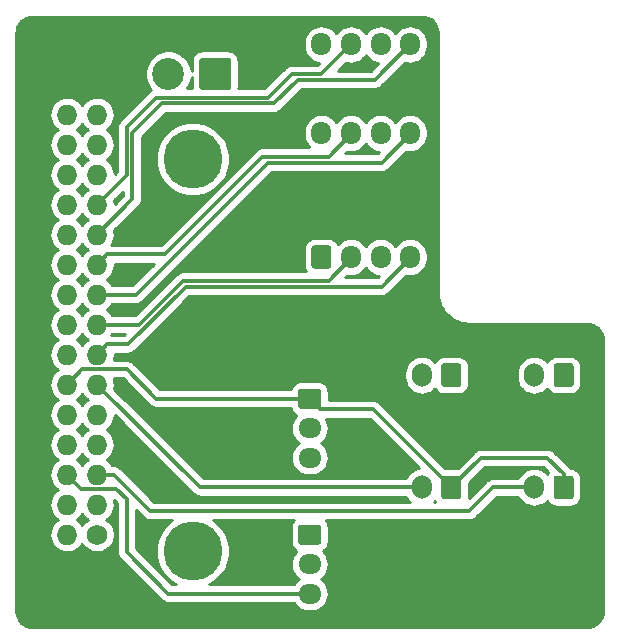
<source format=gbr>
G04 #@! TF.GenerationSoftware,KiCad,Pcbnew,(5.1.4-0-10_14)*
G04 #@! TF.CreationDate,2019-10-10T23:16:06+03:00*
G04 #@! TF.ProjectId,Transfer_Board,5472616e-7366-4657-925f-426f6172642e,rev?*
G04 #@! TF.SameCoordinates,Original*
G04 #@! TF.FileFunction,Copper,L1,Top*
G04 #@! TF.FilePolarity,Positive*
%FSLAX46Y46*%
G04 Gerber Fmt 4.6, Leading zero omitted, Abs format (unit mm)*
G04 Created by KiCad (PCBNEW (5.1.4-0-10_14)) date 2019-10-10 23:16:06*
%MOMM*%
%LPD*%
G04 APERTURE LIST*
%ADD10C,5.000000*%
%ADD11O,1.700000X2.000000*%
%ADD12C,0.100000*%
%ADD13C,1.700000*%
%ADD14O,1.727200X1.727200*%
%ADD15C,1.727200*%
%ADD16O,1.700000X1.950000*%
%ADD17O,1.950000X1.700000*%
%ADD18C,2.700000*%
%ADD19C,0.300000*%
%ADD20C,0.254000*%
G04 APERTURE END LIST*
D10*
X115600000Y-92900000D03*
X115600000Y-59700000D03*
D11*
X135000000Y-87500000D03*
D12*
G36*
X138124504Y-86501204D02*
G01*
X138148773Y-86504804D01*
X138172571Y-86510765D01*
X138195671Y-86519030D01*
X138217849Y-86529520D01*
X138238893Y-86542133D01*
X138258598Y-86556747D01*
X138276777Y-86573223D01*
X138293253Y-86591402D01*
X138307867Y-86611107D01*
X138320480Y-86632151D01*
X138330970Y-86654329D01*
X138339235Y-86677429D01*
X138345196Y-86701227D01*
X138348796Y-86725496D01*
X138350000Y-86750000D01*
X138350000Y-88250000D01*
X138348796Y-88274504D01*
X138345196Y-88298773D01*
X138339235Y-88322571D01*
X138330970Y-88345671D01*
X138320480Y-88367849D01*
X138307867Y-88388893D01*
X138293253Y-88408598D01*
X138276777Y-88426777D01*
X138258598Y-88443253D01*
X138238893Y-88457867D01*
X138217849Y-88470480D01*
X138195671Y-88480970D01*
X138172571Y-88489235D01*
X138148773Y-88495196D01*
X138124504Y-88498796D01*
X138100000Y-88500000D01*
X136900000Y-88500000D01*
X136875496Y-88498796D01*
X136851227Y-88495196D01*
X136827429Y-88489235D01*
X136804329Y-88480970D01*
X136782151Y-88470480D01*
X136761107Y-88457867D01*
X136741402Y-88443253D01*
X136723223Y-88426777D01*
X136706747Y-88408598D01*
X136692133Y-88388893D01*
X136679520Y-88367849D01*
X136669030Y-88345671D01*
X136660765Y-88322571D01*
X136654804Y-88298773D01*
X136651204Y-88274504D01*
X136650000Y-88250000D01*
X136650000Y-86750000D01*
X136651204Y-86725496D01*
X136654804Y-86701227D01*
X136660765Y-86677429D01*
X136669030Y-86654329D01*
X136679520Y-86632151D01*
X136692133Y-86611107D01*
X136706747Y-86591402D01*
X136723223Y-86573223D01*
X136741402Y-86556747D01*
X136761107Y-86542133D01*
X136782151Y-86529520D01*
X136804329Y-86519030D01*
X136827429Y-86510765D01*
X136851227Y-86504804D01*
X136875496Y-86501204D01*
X136900000Y-86500000D01*
X138100000Y-86500000D01*
X138124504Y-86501204D01*
X138124504Y-86501204D01*
G37*
D13*
X137500000Y-87500000D03*
D11*
X144500000Y-87500000D03*
D12*
G36*
X147624504Y-86501204D02*
G01*
X147648773Y-86504804D01*
X147672571Y-86510765D01*
X147695671Y-86519030D01*
X147717849Y-86529520D01*
X147738893Y-86542133D01*
X147758598Y-86556747D01*
X147776777Y-86573223D01*
X147793253Y-86591402D01*
X147807867Y-86611107D01*
X147820480Y-86632151D01*
X147830970Y-86654329D01*
X147839235Y-86677429D01*
X147845196Y-86701227D01*
X147848796Y-86725496D01*
X147850000Y-86750000D01*
X147850000Y-88250000D01*
X147848796Y-88274504D01*
X147845196Y-88298773D01*
X147839235Y-88322571D01*
X147830970Y-88345671D01*
X147820480Y-88367849D01*
X147807867Y-88388893D01*
X147793253Y-88408598D01*
X147776777Y-88426777D01*
X147758598Y-88443253D01*
X147738893Y-88457867D01*
X147717849Y-88470480D01*
X147695671Y-88480970D01*
X147672571Y-88489235D01*
X147648773Y-88495196D01*
X147624504Y-88498796D01*
X147600000Y-88500000D01*
X146400000Y-88500000D01*
X146375496Y-88498796D01*
X146351227Y-88495196D01*
X146327429Y-88489235D01*
X146304329Y-88480970D01*
X146282151Y-88470480D01*
X146261107Y-88457867D01*
X146241402Y-88443253D01*
X146223223Y-88426777D01*
X146206747Y-88408598D01*
X146192133Y-88388893D01*
X146179520Y-88367849D01*
X146169030Y-88345671D01*
X146160765Y-88322571D01*
X146154804Y-88298773D01*
X146151204Y-88274504D01*
X146150000Y-88250000D01*
X146150000Y-86750000D01*
X146151204Y-86725496D01*
X146154804Y-86701227D01*
X146160765Y-86677429D01*
X146169030Y-86654329D01*
X146179520Y-86632151D01*
X146192133Y-86611107D01*
X146206747Y-86591402D01*
X146223223Y-86573223D01*
X146241402Y-86556747D01*
X146261107Y-86542133D01*
X146282151Y-86529520D01*
X146304329Y-86519030D01*
X146327429Y-86510765D01*
X146351227Y-86504804D01*
X146375496Y-86501204D01*
X146400000Y-86500000D01*
X147600000Y-86500000D01*
X147624504Y-86501204D01*
X147624504Y-86501204D01*
G37*
D13*
X147000000Y-87500000D03*
D14*
X104960000Y-55940000D03*
X107500000Y-55940000D03*
X104960000Y-58480000D03*
X107500000Y-58480000D03*
X104960000Y-61020000D03*
X107500000Y-61020000D03*
X104960000Y-63560000D03*
X107500000Y-63560000D03*
X104960000Y-66100000D03*
X107500000Y-66100000D03*
X104960000Y-68640000D03*
X107500000Y-68640000D03*
X104960000Y-71180000D03*
X107500000Y-71180000D03*
X104960000Y-73720000D03*
X107500000Y-73720000D03*
X104960000Y-76260000D03*
X107500000Y-76260000D03*
X104960000Y-78800000D03*
X107500000Y-78800000D03*
X104960000Y-81340000D03*
X107500000Y-81340000D03*
X104960000Y-83880000D03*
X107500000Y-83880000D03*
X104960000Y-86420000D03*
X107500000Y-86420000D03*
X104960000Y-88960000D03*
X107500000Y-88960000D03*
X104960000Y-91500000D03*
D15*
X107500000Y-91500000D03*
D11*
X135000000Y-78000000D03*
D12*
G36*
X138124504Y-77001204D02*
G01*
X138148773Y-77004804D01*
X138172571Y-77010765D01*
X138195671Y-77019030D01*
X138217849Y-77029520D01*
X138238893Y-77042133D01*
X138258598Y-77056747D01*
X138276777Y-77073223D01*
X138293253Y-77091402D01*
X138307867Y-77111107D01*
X138320480Y-77132151D01*
X138330970Y-77154329D01*
X138339235Y-77177429D01*
X138345196Y-77201227D01*
X138348796Y-77225496D01*
X138350000Y-77250000D01*
X138350000Y-78750000D01*
X138348796Y-78774504D01*
X138345196Y-78798773D01*
X138339235Y-78822571D01*
X138330970Y-78845671D01*
X138320480Y-78867849D01*
X138307867Y-78888893D01*
X138293253Y-78908598D01*
X138276777Y-78926777D01*
X138258598Y-78943253D01*
X138238893Y-78957867D01*
X138217849Y-78970480D01*
X138195671Y-78980970D01*
X138172571Y-78989235D01*
X138148773Y-78995196D01*
X138124504Y-78998796D01*
X138100000Y-79000000D01*
X136900000Y-79000000D01*
X136875496Y-78998796D01*
X136851227Y-78995196D01*
X136827429Y-78989235D01*
X136804329Y-78980970D01*
X136782151Y-78970480D01*
X136761107Y-78957867D01*
X136741402Y-78943253D01*
X136723223Y-78926777D01*
X136706747Y-78908598D01*
X136692133Y-78888893D01*
X136679520Y-78867849D01*
X136669030Y-78845671D01*
X136660765Y-78822571D01*
X136654804Y-78798773D01*
X136651204Y-78774504D01*
X136650000Y-78750000D01*
X136650000Y-77250000D01*
X136651204Y-77225496D01*
X136654804Y-77201227D01*
X136660765Y-77177429D01*
X136669030Y-77154329D01*
X136679520Y-77132151D01*
X136692133Y-77111107D01*
X136706747Y-77091402D01*
X136723223Y-77073223D01*
X136741402Y-77056747D01*
X136761107Y-77042133D01*
X136782151Y-77029520D01*
X136804329Y-77019030D01*
X136827429Y-77010765D01*
X136851227Y-77004804D01*
X136875496Y-77001204D01*
X136900000Y-77000000D01*
X138100000Y-77000000D01*
X138124504Y-77001204D01*
X138124504Y-77001204D01*
G37*
D13*
X137500000Y-78000000D03*
D16*
X134000000Y-50000000D03*
X131500000Y-50000000D03*
X129000000Y-50000000D03*
X126500000Y-50000000D03*
X134000000Y-57500000D03*
X131500000Y-57500000D03*
X129000000Y-57500000D03*
X126500000Y-57500000D03*
D17*
X125500000Y-96500000D03*
X125500000Y-94000000D03*
D12*
G36*
X126249504Y-90651204D02*
G01*
X126273773Y-90654804D01*
X126297571Y-90660765D01*
X126320671Y-90669030D01*
X126342849Y-90679520D01*
X126363893Y-90692133D01*
X126383598Y-90706747D01*
X126401777Y-90723223D01*
X126418253Y-90741402D01*
X126432867Y-90761107D01*
X126445480Y-90782151D01*
X126455970Y-90804329D01*
X126464235Y-90827429D01*
X126470196Y-90851227D01*
X126473796Y-90875496D01*
X126475000Y-90900000D01*
X126475000Y-92100000D01*
X126473796Y-92124504D01*
X126470196Y-92148773D01*
X126464235Y-92172571D01*
X126455970Y-92195671D01*
X126445480Y-92217849D01*
X126432867Y-92238893D01*
X126418253Y-92258598D01*
X126401777Y-92276777D01*
X126383598Y-92293253D01*
X126363893Y-92307867D01*
X126342849Y-92320480D01*
X126320671Y-92330970D01*
X126297571Y-92339235D01*
X126273773Y-92345196D01*
X126249504Y-92348796D01*
X126225000Y-92350000D01*
X124775000Y-92350000D01*
X124750496Y-92348796D01*
X124726227Y-92345196D01*
X124702429Y-92339235D01*
X124679329Y-92330970D01*
X124657151Y-92320480D01*
X124636107Y-92307867D01*
X124616402Y-92293253D01*
X124598223Y-92276777D01*
X124581747Y-92258598D01*
X124567133Y-92238893D01*
X124554520Y-92217849D01*
X124544030Y-92195671D01*
X124535765Y-92172571D01*
X124529804Y-92148773D01*
X124526204Y-92124504D01*
X124525000Y-92100000D01*
X124525000Y-90900000D01*
X124526204Y-90875496D01*
X124529804Y-90851227D01*
X124535765Y-90827429D01*
X124544030Y-90804329D01*
X124554520Y-90782151D01*
X124567133Y-90761107D01*
X124581747Y-90741402D01*
X124598223Y-90723223D01*
X124616402Y-90706747D01*
X124636107Y-90692133D01*
X124657151Y-90679520D01*
X124679329Y-90669030D01*
X124702429Y-90660765D01*
X124726227Y-90654804D01*
X124750496Y-90651204D01*
X124775000Y-90650000D01*
X126225000Y-90650000D01*
X126249504Y-90651204D01*
X126249504Y-90651204D01*
G37*
D13*
X125500000Y-91500000D03*
D11*
X144500000Y-78000000D03*
D12*
G36*
X147624504Y-77001204D02*
G01*
X147648773Y-77004804D01*
X147672571Y-77010765D01*
X147695671Y-77019030D01*
X147717849Y-77029520D01*
X147738893Y-77042133D01*
X147758598Y-77056747D01*
X147776777Y-77073223D01*
X147793253Y-77091402D01*
X147807867Y-77111107D01*
X147820480Y-77132151D01*
X147830970Y-77154329D01*
X147839235Y-77177429D01*
X147845196Y-77201227D01*
X147848796Y-77225496D01*
X147850000Y-77250000D01*
X147850000Y-78750000D01*
X147848796Y-78774504D01*
X147845196Y-78798773D01*
X147839235Y-78822571D01*
X147830970Y-78845671D01*
X147820480Y-78867849D01*
X147807867Y-78888893D01*
X147793253Y-78908598D01*
X147776777Y-78926777D01*
X147758598Y-78943253D01*
X147738893Y-78957867D01*
X147717849Y-78970480D01*
X147695671Y-78980970D01*
X147672571Y-78989235D01*
X147648773Y-78995196D01*
X147624504Y-78998796D01*
X147600000Y-79000000D01*
X146400000Y-79000000D01*
X146375496Y-78998796D01*
X146351227Y-78995196D01*
X146327429Y-78989235D01*
X146304329Y-78980970D01*
X146282151Y-78970480D01*
X146261107Y-78957867D01*
X146241402Y-78943253D01*
X146223223Y-78926777D01*
X146206747Y-78908598D01*
X146192133Y-78888893D01*
X146179520Y-78867849D01*
X146169030Y-78845671D01*
X146160765Y-78822571D01*
X146154804Y-78798773D01*
X146151204Y-78774504D01*
X146150000Y-78750000D01*
X146150000Y-77250000D01*
X146151204Y-77225496D01*
X146154804Y-77201227D01*
X146160765Y-77177429D01*
X146169030Y-77154329D01*
X146179520Y-77132151D01*
X146192133Y-77111107D01*
X146206747Y-77091402D01*
X146223223Y-77073223D01*
X146241402Y-77056747D01*
X146261107Y-77042133D01*
X146282151Y-77029520D01*
X146304329Y-77019030D01*
X146327429Y-77010765D01*
X146351227Y-77004804D01*
X146375496Y-77001204D01*
X146400000Y-77000000D01*
X147600000Y-77000000D01*
X147624504Y-77001204D01*
X147624504Y-77001204D01*
G37*
D13*
X147000000Y-78000000D03*
D18*
X113540000Y-52500000D03*
D12*
G36*
X118624503Y-51151204D02*
G01*
X118648772Y-51154804D01*
X118672570Y-51160765D01*
X118695670Y-51169030D01*
X118717849Y-51179520D01*
X118738892Y-51192133D01*
X118758598Y-51206748D01*
X118776776Y-51223224D01*
X118793252Y-51241402D01*
X118807867Y-51261108D01*
X118820480Y-51282151D01*
X118830970Y-51304330D01*
X118839235Y-51327430D01*
X118845196Y-51351228D01*
X118848796Y-51375497D01*
X118850000Y-51400001D01*
X118850000Y-53599999D01*
X118848796Y-53624503D01*
X118845196Y-53648772D01*
X118839235Y-53672570D01*
X118830970Y-53695670D01*
X118820480Y-53717849D01*
X118807867Y-53738892D01*
X118793252Y-53758598D01*
X118776776Y-53776776D01*
X118758598Y-53793252D01*
X118738892Y-53807867D01*
X118717849Y-53820480D01*
X118695670Y-53830970D01*
X118672570Y-53839235D01*
X118648772Y-53845196D01*
X118624503Y-53848796D01*
X118599999Y-53850000D01*
X116400001Y-53850000D01*
X116375497Y-53848796D01*
X116351228Y-53845196D01*
X116327430Y-53839235D01*
X116304330Y-53830970D01*
X116282151Y-53820480D01*
X116261108Y-53807867D01*
X116241402Y-53793252D01*
X116223224Y-53776776D01*
X116206748Y-53758598D01*
X116192133Y-53738892D01*
X116179520Y-53717849D01*
X116169030Y-53695670D01*
X116160765Y-53672570D01*
X116154804Y-53648772D01*
X116151204Y-53624503D01*
X116150000Y-53599999D01*
X116150000Y-51400001D01*
X116151204Y-51375497D01*
X116154804Y-51351228D01*
X116160765Y-51327430D01*
X116169030Y-51304330D01*
X116179520Y-51282151D01*
X116192133Y-51261108D01*
X116206748Y-51241402D01*
X116223224Y-51223224D01*
X116241402Y-51206748D01*
X116261108Y-51192133D01*
X116282151Y-51179520D01*
X116304330Y-51169030D01*
X116327430Y-51160765D01*
X116351228Y-51154804D01*
X116375497Y-51151204D01*
X116400001Y-51150000D01*
X118599999Y-51150000D01*
X118624503Y-51151204D01*
X118624503Y-51151204D01*
G37*
D18*
X117500000Y-52500000D03*
D17*
X125500000Y-85000000D03*
X125500000Y-82500000D03*
D12*
G36*
X126249504Y-79151204D02*
G01*
X126273773Y-79154804D01*
X126297571Y-79160765D01*
X126320671Y-79169030D01*
X126342849Y-79179520D01*
X126363893Y-79192133D01*
X126383598Y-79206747D01*
X126401777Y-79223223D01*
X126418253Y-79241402D01*
X126432867Y-79261107D01*
X126445480Y-79282151D01*
X126455970Y-79304329D01*
X126464235Y-79327429D01*
X126470196Y-79351227D01*
X126473796Y-79375496D01*
X126475000Y-79400000D01*
X126475000Y-80600000D01*
X126473796Y-80624504D01*
X126470196Y-80648773D01*
X126464235Y-80672571D01*
X126455970Y-80695671D01*
X126445480Y-80717849D01*
X126432867Y-80738893D01*
X126418253Y-80758598D01*
X126401777Y-80776777D01*
X126383598Y-80793253D01*
X126363893Y-80807867D01*
X126342849Y-80820480D01*
X126320671Y-80830970D01*
X126297571Y-80839235D01*
X126273773Y-80845196D01*
X126249504Y-80848796D01*
X126225000Y-80850000D01*
X124775000Y-80850000D01*
X124750496Y-80848796D01*
X124726227Y-80845196D01*
X124702429Y-80839235D01*
X124679329Y-80830970D01*
X124657151Y-80820480D01*
X124636107Y-80807867D01*
X124616402Y-80793253D01*
X124598223Y-80776777D01*
X124581747Y-80758598D01*
X124567133Y-80738893D01*
X124554520Y-80717849D01*
X124544030Y-80695671D01*
X124535765Y-80672571D01*
X124529804Y-80648773D01*
X124526204Y-80624504D01*
X124525000Y-80600000D01*
X124525000Y-79400000D01*
X124526204Y-79375496D01*
X124529804Y-79351227D01*
X124535765Y-79327429D01*
X124544030Y-79304329D01*
X124554520Y-79282151D01*
X124567133Y-79261107D01*
X124581747Y-79241402D01*
X124598223Y-79223223D01*
X124616402Y-79206747D01*
X124636107Y-79192133D01*
X124657151Y-79179520D01*
X124679329Y-79169030D01*
X124702429Y-79160765D01*
X124726227Y-79154804D01*
X124750496Y-79151204D01*
X124775000Y-79150000D01*
X126225000Y-79150000D01*
X126249504Y-79151204D01*
X126249504Y-79151204D01*
G37*
D13*
X125500000Y-80000000D03*
D16*
X134000000Y-68000000D03*
X131500000Y-68000000D03*
X129000000Y-68000000D03*
D12*
G36*
X127124504Y-67026204D02*
G01*
X127148773Y-67029804D01*
X127172571Y-67035765D01*
X127195671Y-67044030D01*
X127217849Y-67054520D01*
X127238893Y-67067133D01*
X127258598Y-67081747D01*
X127276777Y-67098223D01*
X127293253Y-67116402D01*
X127307867Y-67136107D01*
X127320480Y-67157151D01*
X127330970Y-67179329D01*
X127339235Y-67202429D01*
X127345196Y-67226227D01*
X127348796Y-67250496D01*
X127350000Y-67275000D01*
X127350000Y-68725000D01*
X127348796Y-68749504D01*
X127345196Y-68773773D01*
X127339235Y-68797571D01*
X127330970Y-68820671D01*
X127320480Y-68842849D01*
X127307867Y-68863893D01*
X127293253Y-68883598D01*
X127276777Y-68901777D01*
X127258598Y-68918253D01*
X127238893Y-68932867D01*
X127217849Y-68945480D01*
X127195671Y-68955970D01*
X127172571Y-68964235D01*
X127148773Y-68970196D01*
X127124504Y-68973796D01*
X127100000Y-68975000D01*
X125900000Y-68975000D01*
X125875496Y-68973796D01*
X125851227Y-68970196D01*
X125827429Y-68964235D01*
X125804329Y-68955970D01*
X125782151Y-68945480D01*
X125761107Y-68932867D01*
X125741402Y-68918253D01*
X125723223Y-68901777D01*
X125706747Y-68883598D01*
X125692133Y-68863893D01*
X125679520Y-68842849D01*
X125669030Y-68820671D01*
X125660765Y-68797571D01*
X125654804Y-68773773D01*
X125651204Y-68749504D01*
X125650000Y-68725000D01*
X125650000Y-67275000D01*
X125651204Y-67250496D01*
X125654804Y-67226227D01*
X125660765Y-67202429D01*
X125669030Y-67179329D01*
X125679520Y-67157151D01*
X125692133Y-67136107D01*
X125706747Y-67116402D01*
X125723223Y-67098223D01*
X125741402Y-67081747D01*
X125761107Y-67067133D01*
X125782151Y-67054520D01*
X125804329Y-67044030D01*
X125827429Y-67035765D01*
X125851227Y-67029804D01*
X125875496Y-67026204D01*
X125900000Y-67025000D01*
X127100000Y-67025000D01*
X127124504Y-67026204D01*
X127124504Y-67026204D01*
G37*
D13*
X126500000Y-68000000D03*
D19*
X134000000Y-68125000D02*
X134000000Y-68000000D01*
X131625000Y-70500000D02*
X134000000Y-68125000D01*
X108363599Y-75396401D02*
X110103599Y-75396401D01*
X115000000Y-70500000D02*
X131625000Y-70500000D01*
X110103599Y-75396401D02*
X115000000Y-70500000D01*
X107500000Y-76260000D02*
X108363599Y-75396401D01*
X129000000Y-68125000D02*
X129000000Y-68000000D01*
X107500000Y-73720000D02*
X111072878Y-73720000D01*
X111072878Y-73720000D02*
X114792888Y-69999990D01*
X114792888Y-69999990D02*
X127125010Y-69999990D01*
X127125010Y-69999990D02*
X129000000Y-68125000D01*
X147000000Y-86400000D02*
X145600000Y-85000000D01*
X147000000Y-87500000D02*
X147000000Y-86400000D01*
X140000000Y-85000000D02*
X137500000Y-87500000D01*
X145600000Y-85000000D02*
X140000000Y-85000000D01*
X112500000Y-80000000D02*
X110000000Y-77500000D01*
X110000000Y-77500000D02*
X106260000Y-77500000D01*
X125500000Y-80000000D02*
X112500000Y-80000000D01*
X106260000Y-77500000D02*
X104960000Y-78800000D01*
X136594447Y-86594447D02*
X137500000Y-87500000D01*
X130898372Y-80898372D02*
X136594447Y-86594447D01*
X126398372Y-80898372D02*
X130898372Y-80898372D01*
X125500000Y-80000000D02*
X126398372Y-80898372D01*
X113500000Y-96500000D02*
X125500000Y-96500000D01*
X110000000Y-88500000D02*
X110000000Y-93000000D01*
X109133601Y-87633601D02*
X110000000Y-88500000D01*
X110000000Y-93000000D02*
X113500000Y-96500000D01*
X106173601Y-87633601D02*
X109133601Y-87633601D01*
X104960000Y-86420000D02*
X106173601Y-87633601D01*
X134000000Y-57625000D02*
X134000000Y-57500000D01*
X131625000Y-60000000D02*
X134000000Y-57625000D01*
X110820000Y-71180000D02*
X122000000Y-60000000D01*
X122000000Y-60000000D02*
X131625000Y-60000000D01*
X107500000Y-71180000D02*
X110820000Y-71180000D01*
X108363599Y-67776401D02*
X113223599Y-67776401D01*
X107500000Y-68640000D02*
X108363599Y-67776401D01*
X113223599Y-67776401D02*
X121500000Y-59500000D01*
X129000000Y-57625000D02*
X129000000Y-57500000D01*
X127125000Y-59500000D02*
X129000000Y-57625000D01*
X121500000Y-59500000D02*
X127125000Y-59500000D01*
X131000000Y-53000000D02*
X134000000Y-50000000D01*
X124500000Y-53000000D02*
X131000000Y-53000000D01*
X122500000Y-55000000D02*
X124500000Y-53000000D01*
X113000000Y-55000000D02*
X122500000Y-55000000D01*
X110500000Y-57500000D02*
X113000000Y-55000000D01*
X110500000Y-63100000D02*
X110500000Y-57500000D01*
X107500000Y-66100000D02*
X110500000Y-63100000D01*
X107500000Y-63560000D02*
X110000000Y-61060000D01*
X110000000Y-61060000D02*
X110000000Y-57000000D01*
X110000000Y-57000000D02*
X112500000Y-54500000D01*
X112500000Y-54500000D02*
X122000000Y-54500000D01*
X122000000Y-54500000D02*
X124000000Y-52500000D01*
X124000000Y-52500000D02*
X126500000Y-52500000D01*
X126500000Y-52500000D02*
X129000000Y-50000000D01*
X107500000Y-78800000D02*
X116200000Y-87500000D01*
X116200000Y-87500000D02*
X135000000Y-87500000D01*
X141000000Y-87500000D02*
X144500000Y-87500000D01*
X139000000Y-89500000D02*
X141000000Y-87500000D01*
X108920000Y-86420000D02*
X112000000Y-89500000D01*
X112000000Y-89500000D02*
X139000000Y-89500000D01*
X107500000Y-86420000D02*
X108920000Y-86420000D01*
D20*
G36*
X135259659Y-47688625D02*
G01*
X135509429Y-47764035D01*
X135739792Y-47886522D01*
X135941980Y-48051422D01*
X136108286Y-48252450D01*
X136232378Y-48481954D01*
X136309531Y-48731195D01*
X136340001Y-49021098D01*
X136340000Y-71032418D01*
X136342852Y-71061372D01*
X136342765Y-71073781D01*
X136343665Y-71082952D01*
X136384466Y-71471145D01*
X136396487Y-71529708D01*
X136407702Y-71588501D01*
X136410366Y-71597323D01*
X136525790Y-71970198D01*
X136548975Y-72025353D01*
X136571379Y-72080806D01*
X136575706Y-72088943D01*
X136761357Y-72432298D01*
X136794780Y-72481849D01*
X136827562Y-72531946D01*
X136833387Y-72539087D01*
X137082194Y-72839841D01*
X137124629Y-72881981D01*
X137166492Y-72924730D01*
X137173592Y-72930604D01*
X137476077Y-73177305D01*
X137525904Y-73210409D01*
X137575259Y-73244204D01*
X137583365Y-73248587D01*
X137928007Y-73431837D01*
X137983311Y-73454631D01*
X138038295Y-73478198D01*
X138047098Y-73480923D01*
X138420770Y-73593741D01*
X138479458Y-73605361D01*
X138537961Y-73617797D01*
X138547126Y-73618760D01*
X138935595Y-73656850D01*
X138935598Y-73656850D01*
X138967581Y-73660000D01*
X148967721Y-73660000D01*
X149259659Y-73688625D01*
X149509429Y-73764035D01*
X149739792Y-73886522D01*
X149941980Y-74051422D01*
X150108286Y-74252450D01*
X150232378Y-74481954D01*
X150309531Y-74731195D01*
X150340001Y-75021098D01*
X150340000Y-97967721D01*
X150311375Y-98259660D01*
X150235965Y-98509429D01*
X150113477Y-98739794D01*
X149948579Y-98941979D01*
X149747546Y-99108288D01*
X149518046Y-99232378D01*
X149268805Y-99309531D01*
X148978911Y-99340000D01*
X102032279Y-99340000D01*
X101740340Y-99311375D01*
X101490571Y-99235965D01*
X101260206Y-99113477D01*
X101058021Y-98948579D01*
X100891712Y-98747546D01*
X100767622Y-98518046D01*
X100690469Y-98268805D01*
X100660000Y-97978911D01*
X100660000Y-55940000D01*
X103454149Y-55940000D01*
X103483084Y-56233777D01*
X103568775Y-56516264D01*
X103707931Y-56776606D01*
X103895203Y-57004797D01*
X104123394Y-57192069D01*
X104156940Y-57210000D01*
X104123394Y-57227931D01*
X103895203Y-57415203D01*
X103707931Y-57643394D01*
X103568775Y-57903736D01*
X103483084Y-58186223D01*
X103454149Y-58480000D01*
X103483084Y-58773777D01*
X103568775Y-59056264D01*
X103707931Y-59316606D01*
X103895203Y-59544797D01*
X104123394Y-59732069D01*
X104156940Y-59750000D01*
X104123394Y-59767931D01*
X103895203Y-59955203D01*
X103707931Y-60183394D01*
X103568775Y-60443736D01*
X103483084Y-60726223D01*
X103454149Y-61020000D01*
X103483084Y-61313777D01*
X103568775Y-61596264D01*
X103707931Y-61856606D01*
X103895203Y-62084797D01*
X104123394Y-62272069D01*
X104156940Y-62290000D01*
X104123394Y-62307931D01*
X103895203Y-62495203D01*
X103707931Y-62723394D01*
X103568775Y-62983736D01*
X103483084Y-63266223D01*
X103454149Y-63560000D01*
X103483084Y-63853777D01*
X103568775Y-64136264D01*
X103707931Y-64396606D01*
X103895203Y-64624797D01*
X104123394Y-64812069D01*
X104156940Y-64830000D01*
X104123394Y-64847931D01*
X103895203Y-65035203D01*
X103707931Y-65263394D01*
X103568775Y-65523736D01*
X103483084Y-65806223D01*
X103454149Y-66100000D01*
X103483084Y-66393777D01*
X103568775Y-66676264D01*
X103707931Y-66936606D01*
X103895203Y-67164797D01*
X104123394Y-67352069D01*
X104156940Y-67370000D01*
X104123394Y-67387931D01*
X103895203Y-67575203D01*
X103707931Y-67803394D01*
X103568775Y-68063736D01*
X103483084Y-68346223D01*
X103454149Y-68640000D01*
X103483084Y-68933777D01*
X103568775Y-69216264D01*
X103707931Y-69476606D01*
X103895203Y-69704797D01*
X104123394Y-69892069D01*
X104156940Y-69910000D01*
X104123394Y-69927931D01*
X103895203Y-70115203D01*
X103707931Y-70343394D01*
X103568775Y-70603736D01*
X103483084Y-70886223D01*
X103454149Y-71180000D01*
X103483084Y-71473777D01*
X103568775Y-71756264D01*
X103707931Y-72016606D01*
X103895203Y-72244797D01*
X104123394Y-72432069D01*
X104156940Y-72450000D01*
X104123394Y-72467931D01*
X103895203Y-72655203D01*
X103707931Y-72883394D01*
X103568775Y-73143736D01*
X103483084Y-73426223D01*
X103454149Y-73720000D01*
X103483084Y-74013777D01*
X103568775Y-74296264D01*
X103707931Y-74556606D01*
X103895203Y-74784797D01*
X104123394Y-74972069D01*
X104156940Y-74990000D01*
X104123394Y-75007931D01*
X103895203Y-75195203D01*
X103707931Y-75423394D01*
X103568775Y-75683736D01*
X103483084Y-75966223D01*
X103454149Y-76260000D01*
X103483084Y-76553777D01*
X103568775Y-76836264D01*
X103707931Y-77096606D01*
X103895203Y-77324797D01*
X104123394Y-77512069D01*
X104156940Y-77530000D01*
X104123394Y-77547931D01*
X103895203Y-77735203D01*
X103707931Y-77963394D01*
X103568775Y-78223736D01*
X103483084Y-78506223D01*
X103454149Y-78800000D01*
X103483084Y-79093777D01*
X103568775Y-79376264D01*
X103707931Y-79636606D01*
X103895203Y-79864797D01*
X104123394Y-80052069D01*
X104156940Y-80070000D01*
X104123394Y-80087931D01*
X103895203Y-80275203D01*
X103707931Y-80503394D01*
X103568775Y-80763736D01*
X103483084Y-81046223D01*
X103454149Y-81340000D01*
X103483084Y-81633777D01*
X103568775Y-81916264D01*
X103707931Y-82176606D01*
X103895203Y-82404797D01*
X104123394Y-82592069D01*
X104156940Y-82610000D01*
X104123394Y-82627931D01*
X103895203Y-82815203D01*
X103707931Y-83043394D01*
X103568775Y-83303736D01*
X103483084Y-83586223D01*
X103454149Y-83880000D01*
X103483084Y-84173777D01*
X103568775Y-84456264D01*
X103707931Y-84716606D01*
X103895203Y-84944797D01*
X104123394Y-85132069D01*
X104156940Y-85150000D01*
X104123394Y-85167931D01*
X103895203Y-85355203D01*
X103707931Y-85583394D01*
X103568775Y-85843736D01*
X103483084Y-86126223D01*
X103454149Y-86420000D01*
X103483084Y-86713777D01*
X103568775Y-86996264D01*
X103707931Y-87256606D01*
X103895203Y-87484797D01*
X104123394Y-87672069D01*
X104156940Y-87690000D01*
X104123394Y-87707931D01*
X103895203Y-87895203D01*
X103707931Y-88123394D01*
X103568775Y-88383736D01*
X103483084Y-88666223D01*
X103454149Y-88960000D01*
X103483084Y-89253777D01*
X103568775Y-89536264D01*
X103707931Y-89796606D01*
X103895203Y-90024797D01*
X104123394Y-90212069D01*
X104156940Y-90230000D01*
X104123394Y-90247931D01*
X103895203Y-90435203D01*
X103707931Y-90663394D01*
X103568775Y-90923736D01*
X103483084Y-91206223D01*
X103454149Y-91500000D01*
X103483084Y-91793777D01*
X103568775Y-92076264D01*
X103707931Y-92336606D01*
X103895203Y-92564797D01*
X104123394Y-92752069D01*
X104383736Y-92891225D01*
X104666223Y-92976916D01*
X104886381Y-92998600D01*
X105033619Y-92998600D01*
X105253777Y-92976916D01*
X105536264Y-92891225D01*
X105796606Y-92752069D01*
X106024797Y-92564797D01*
X106212069Y-92336606D01*
X106231883Y-92299537D01*
X106335961Y-92455302D01*
X106544698Y-92664039D01*
X106790147Y-92828042D01*
X107062875Y-92941010D01*
X107352401Y-92998600D01*
X107647599Y-92998600D01*
X107937125Y-92941010D01*
X108209853Y-92828042D01*
X108455302Y-92664039D01*
X108664039Y-92455302D01*
X108828042Y-92209853D01*
X108941010Y-91937125D01*
X108998600Y-91647599D01*
X108998600Y-91352401D01*
X108941010Y-91062875D01*
X108828042Y-90790147D01*
X108664039Y-90544698D01*
X108455302Y-90335961D01*
X108299537Y-90231883D01*
X108336606Y-90212069D01*
X108564797Y-90024797D01*
X108752069Y-89796606D01*
X108891225Y-89536264D01*
X108976916Y-89253777D01*
X109005851Y-88960000D01*
X108976916Y-88666223D01*
X108942452Y-88552609D01*
X109215000Y-88825158D01*
X109215001Y-92961437D01*
X109211203Y-93000000D01*
X109226359Y-93153886D01*
X109271246Y-93301859D01*
X109271247Y-93301860D01*
X109344139Y-93438233D01*
X109384690Y-93487644D01*
X109417655Y-93527812D01*
X109417659Y-93527816D01*
X109442237Y-93557764D01*
X109472185Y-93582342D01*
X112917658Y-97027816D01*
X112942236Y-97057764D01*
X112972184Y-97082342D01*
X112972187Y-97082345D01*
X113001559Y-97106450D01*
X113061767Y-97155862D01*
X113198140Y-97228754D01*
X113311672Y-97263194D01*
X113346112Y-97273641D01*
X113360490Y-97275057D01*
X113461439Y-97285000D01*
X113461446Y-97285000D01*
X113499999Y-97288797D01*
X113538552Y-97285000D01*
X124110768Y-97285000D01*
X124134294Y-97329014D01*
X124319866Y-97555134D01*
X124545986Y-97740706D01*
X124803966Y-97878599D01*
X125083889Y-97963513D01*
X125302050Y-97985000D01*
X125697950Y-97985000D01*
X125916111Y-97963513D01*
X126196034Y-97878599D01*
X126454014Y-97740706D01*
X126680134Y-97555134D01*
X126865706Y-97329014D01*
X127003599Y-97071034D01*
X127088513Y-96791111D01*
X127117185Y-96500000D01*
X127088513Y-96208889D01*
X127003599Y-95928966D01*
X126865706Y-95670986D01*
X126680134Y-95444866D01*
X126454014Y-95259294D01*
X126436626Y-95250000D01*
X126454014Y-95240706D01*
X126680134Y-95055134D01*
X126865706Y-94829014D01*
X127003599Y-94571034D01*
X127088513Y-94291111D01*
X127117185Y-94000000D01*
X127088513Y-93708889D01*
X127003599Y-93428966D01*
X126865706Y-93170986D01*
X126680134Y-92944866D01*
X126616663Y-92892777D01*
X126718386Y-92838405D01*
X126852962Y-92727962D01*
X126963405Y-92593386D01*
X127045472Y-92439850D01*
X127096008Y-92273254D01*
X127113072Y-92100000D01*
X127113072Y-90900000D01*
X127096008Y-90726746D01*
X127045472Y-90560150D01*
X126963405Y-90406614D01*
X126863600Y-90285000D01*
X138961447Y-90285000D01*
X139000000Y-90288797D01*
X139038553Y-90285000D01*
X139038561Y-90285000D01*
X139153887Y-90273641D01*
X139301860Y-90228754D01*
X139438233Y-90155862D01*
X139557764Y-90057764D01*
X139582347Y-90027810D01*
X141325158Y-88285000D01*
X143155592Y-88285000D01*
X143259294Y-88479013D01*
X143444866Y-88705134D01*
X143670986Y-88890706D01*
X143928966Y-89028599D01*
X144208889Y-89113513D01*
X144500000Y-89142185D01*
X144791110Y-89113513D01*
X145071033Y-89028599D01*
X145329013Y-88890706D01*
X145555134Y-88705134D01*
X145607223Y-88641663D01*
X145661595Y-88743386D01*
X145772038Y-88877962D01*
X145906614Y-88988405D01*
X146060150Y-89070472D01*
X146226746Y-89121008D01*
X146400000Y-89138072D01*
X147600000Y-89138072D01*
X147773254Y-89121008D01*
X147939850Y-89070472D01*
X148093386Y-88988405D01*
X148227962Y-88877962D01*
X148338405Y-88743386D01*
X148420472Y-88589850D01*
X148471008Y-88423254D01*
X148488072Y-88250000D01*
X148488072Y-86750000D01*
X148471008Y-86576746D01*
X148420472Y-86410150D01*
X148338405Y-86256614D01*
X148227962Y-86122038D01*
X148093386Y-86011595D01*
X147939850Y-85929528D01*
X147773254Y-85878992D01*
X147600000Y-85861928D01*
X147573925Y-85861928D01*
X147557764Y-85842236D01*
X147527816Y-85817658D01*
X146182347Y-84472190D01*
X146157764Y-84442236D01*
X146038233Y-84344138D01*
X145901860Y-84271246D01*
X145753887Y-84226359D01*
X145638561Y-84215000D01*
X145638553Y-84215000D01*
X145600000Y-84211203D01*
X145561447Y-84215000D01*
X140038556Y-84215000D01*
X140000000Y-84211203D01*
X139961444Y-84215000D01*
X139961439Y-84215000D01*
X139921026Y-84218980D01*
X139846113Y-84226358D01*
X139698140Y-84271246D01*
X139561767Y-84344138D01*
X139501559Y-84393550D01*
X139472187Y-84417655D01*
X139472184Y-84417658D01*
X139442236Y-84442236D01*
X139417658Y-84472184D01*
X138027915Y-85861928D01*
X136972085Y-85861928D01*
X131480717Y-80370560D01*
X131456136Y-80340608D01*
X131336605Y-80242510D01*
X131200232Y-80169618D01*
X131052259Y-80124731D01*
X130936933Y-80113372D01*
X130936925Y-80113372D01*
X130898372Y-80109575D01*
X130859819Y-80113372D01*
X127113072Y-80113372D01*
X127113072Y-79400000D01*
X127096008Y-79226746D01*
X127045472Y-79060150D01*
X126963405Y-78906614D01*
X126852962Y-78772038D01*
X126718386Y-78661595D01*
X126564850Y-78579528D01*
X126398254Y-78528992D01*
X126225000Y-78511928D01*
X124775000Y-78511928D01*
X124601746Y-78528992D01*
X124435150Y-78579528D01*
X124281614Y-78661595D01*
X124147038Y-78772038D01*
X124036595Y-78906614D01*
X123954528Y-79060150D01*
X123907555Y-79215000D01*
X112825158Y-79215000D01*
X111387208Y-77777050D01*
X133515000Y-77777050D01*
X133515000Y-78222949D01*
X133536487Y-78441110D01*
X133621401Y-78721033D01*
X133759294Y-78979013D01*
X133944866Y-79205134D01*
X134170986Y-79390706D01*
X134428966Y-79528599D01*
X134708889Y-79613513D01*
X135000000Y-79642185D01*
X135291110Y-79613513D01*
X135571033Y-79528599D01*
X135829013Y-79390706D01*
X136055134Y-79205134D01*
X136107223Y-79141663D01*
X136161595Y-79243386D01*
X136272038Y-79377962D01*
X136406614Y-79488405D01*
X136560150Y-79570472D01*
X136726746Y-79621008D01*
X136900000Y-79638072D01*
X138100000Y-79638072D01*
X138273254Y-79621008D01*
X138439850Y-79570472D01*
X138593386Y-79488405D01*
X138727962Y-79377962D01*
X138838405Y-79243386D01*
X138920472Y-79089850D01*
X138971008Y-78923254D01*
X138988072Y-78750000D01*
X138988072Y-77777050D01*
X143015000Y-77777050D01*
X143015000Y-78222949D01*
X143036487Y-78441110D01*
X143121401Y-78721033D01*
X143259294Y-78979013D01*
X143444866Y-79205134D01*
X143670986Y-79390706D01*
X143928966Y-79528599D01*
X144208889Y-79613513D01*
X144500000Y-79642185D01*
X144791110Y-79613513D01*
X145071033Y-79528599D01*
X145329013Y-79390706D01*
X145555134Y-79205134D01*
X145607223Y-79141663D01*
X145661595Y-79243386D01*
X145772038Y-79377962D01*
X145906614Y-79488405D01*
X146060150Y-79570472D01*
X146226746Y-79621008D01*
X146400000Y-79638072D01*
X147600000Y-79638072D01*
X147773254Y-79621008D01*
X147939850Y-79570472D01*
X148093386Y-79488405D01*
X148227962Y-79377962D01*
X148338405Y-79243386D01*
X148420472Y-79089850D01*
X148471008Y-78923254D01*
X148488072Y-78750000D01*
X148488072Y-77250000D01*
X148471008Y-77076746D01*
X148420472Y-76910150D01*
X148338405Y-76756614D01*
X148227962Y-76622038D01*
X148093386Y-76511595D01*
X147939850Y-76429528D01*
X147773254Y-76378992D01*
X147600000Y-76361928D01*
X146400000Y-76361928D01*
X146226746Y-76378992D01*
X146060150Y-76429528D01*
X145906614Y-76511595D01*
X145772038Y-76622038D01*
X145661595Y-76756614D01*
X145607223Y-76858337D01*
X145555134Y-76794866D01*
X145329014Y-76609294D01*
X145071034Y-76471401D01*
X144791111Y-76386487D01*
X144500000Y-76357815D01*
X144208890Y-76386487D01*
X143928967Y-76471401D01*
X143670987Y-76609294D01*
X143444866Y-76794866D01*
X143259294Y-77020986D01*
X143121401Y-77278966D01*
X143036487Y-77558889D01*
X143015000Y-77777050D01*
X138988072Y-77777050D01*
X138988072Y-77250000D01*
X138971008Y-77076746D01*
X138920472Y-76910150D01*
X138838405Y-76756614D01*
X138727962Y-76622038D01*
X138593386Y-76511595D01*
X138439850Y-76429528D01*
X138273254Y-76378992D01*
X138100000Y-76361928D01*
X136900000Y-76361928D01*
X136726746Y-76378992D01*
X136560150Y-76429528D01*
X136406614Y-76511595D01*
X136272038Y-76622038D01*
X136161595Y-76756614D01*
X136107223Y-76858337D01*
X136055134Y-76794866D01*
X135829014Y-76609294D01*
X135571034Y-76471401D01*
X135291111Y-76386487D01*
X135000000Y-76357815D01*
X134708890Y-76386487D01*
X134428967Y-76471401D01*
X134170987Y-76609294D01*
X133944866Y-76794866D01*
X133759294Y-77020986D01*
X133621401Y-77278966D01*
X133536487Y-77558889D01*
X133515000Y-77777050D01*
X111387208Y-77777050D01*
X110582347Y-76972190D01*
X110557764Y-76942236D01*
X110438233Y-76844138D01*
X110301860Y-76771246D01*
X110153887Y-76726359D01*
X110038561Y-76715000D01*
X110038553Y-76715000D01*
X110000000Y-76711203D01*
X109961447Y-76715000D01*
X108928010Y-76715000D01*
X108976916Y-76553777D01*
X109005851Y-76260000D01*
X108998110Y-76181401D01*
X110065046Y-76181401D01*
X110103599Y-76185198D01*
X110142152Y-76181401D01*
X110142160Y-76181401D01*
X110257486Y-76170042D01*
X110405459Y-76125155D01*
X110541832Y-76052263D01*
X110661363Y-75954165D01*
X110685946Y-75924211D01*
X115325157Y-71285000D01*
X131586447Y-71285000D01*
X131625000Y-71288797D01*
X131663553Y-71285000D01*
X131663561Y-71285000D01*
X131778887Y-71273641D01*
X131926860Y-71228754D01*
X132063233Y-71155862D01*
X132182764Y-71057764D01*
X132207347Y-71027810D01*
X133661132Y-69574026D01*
X133708890Y-69588513D01*
X134000000Y-69617185D01*
X134291111Y-69588513D01*
X134571034Y-69503599D01*
X134829014Y-69365706D01*
X135055134Y-69180134D01*
X135240706Y-68954014D01*
X135378599Y-68696033D01*
X135463513Y-68416110D01*
X135485000Y-68197949D01*
X135485000Y-67802050D01*
X135463513Y-67583889D01*
X135378599Y-67303966D01*
X135240706Y-67045986D01*
X135055134Y-66819866D01*
X134829013Y-66634294D01*
X134571033Y-66496401D01*
X134291110Y-66411487D01*
X134000000Y-66382815D01*
X133708889Y-66411487D01*
X133428966Y-66496401D01*
X133170986Y-66634294D01*
X132944866Y-66819866D01*
X132759294Y-67045987D01*
X132750000Y-67063374D01*
X132740706Y-67045986D01*
X132555134Y-66819866D01*
X132329013Y-66634294D01*
X132071033Y-66496401D01*
X131791110Y-66411487D01*
X131500000Y-66382815D01*
X131208889Y-66411487D01*
X130928966Y-66496401D01*
X130670986Y-66634294D01*
X130444866Y-66819866D01*
X130259294Y-67045987D01*
X130250000Y-67063374D01*
X130240706Y-67045986D01*
X130055134Y-66819866D01*
X129829013Y-66634294D01*
X129571033Y-66496401D01*
X129291110Y-66411487D01*
X129000000Y-66382815D01*
X128708889Y-66411487D01*
X128428966Y-66496401D01*
X128170986Y-66634294D01*
X127944866Y-66819866D01*
X127892777Y-66883337D01*
X127838405Y-66781614D01*
X127727962Y-66647038D01*
X127593386Y-66536595D01*
X127439850Y-66454528D01*
X127273254Y-66403992D01*
X127100000Y-66386928D01*
X125900000Y-66386928D01*
X125726746Y-66403992D01*
X125560150Y-66454528D01*
X125406614Y-66536595D01*
X125272038Y-66647038D01*
X125161595Y-66781614D01*
X125079528Y-66935150D01*
X125028992Y-67101746D01*
X125011928Y-67275000D01*
X125011928Y-68725000D01*
X125028992Y-68898254D01*
X125079528Y-69064850D01*
X125159780Y-69214990D01*
X114831444Y-69214990D01*
X114792888Y-69211193D01*
X114754332Y-69214990D01*
X114754327Y-69214990D01*
X114713914Y-69218970D01*
X114639001Y-69226348D01*
X114491028Y-69271236D01*
X114354655Y-69344128D01*
X114235124Y-69442226D01*
X114210543Y-69472178D01*
X110747721Y-72935000D01*
X108779653Y-72935000D01*
X108752069Y-72883394D01*
X108564797Y-72655203D01*
X108336606Y-72467931D01*
X108303060Y-72450000D01*
X108336606Y-72432069D01*
X108564797Y-72244797D01*
X108752069Y-72016606D01*
X108779653Y-71965000D01*
X110781447Y-71965000D01*
X110820000Y-71968797D01*
X110858553Y-71965000D01*
X110858561Y-71965000D01*
X110973887Y-71953641D01*
X111121860Y-71908754D01*
X111258233Y-71835862D01*
X111377764Y-71737764D01*
X111402347Y-71707810D01*
X122325157Y-60785000D01*
X131586447Y-60785000D01*
X131625000Y-60788797D01*
X131663553Y-60785000D01*
X131663561Y-60785000D01*
X131778887Y-60773641D01*
X131926860Y-60728754D01*
X132063233Y-60655862D01*
X132182764Y-60557764D01*
X132207347Y-60527810D01*
X133661132Y-59074026D01*
X133708890Y-59088513D01*
X134000000Y-59117185D01*
X134291111Y-59088513D01*
X134571034Y-59003599D01*
X134829014Y-58865706D01*
X135055134Y-58680134D01*
X135240706Y-58454014D01*
X135378599Y-58196033D01*
X135463513Y-57916110D01*
X135485000Y-57697949D01*
X135485000Y-57302050D01*
X135463513Y-57083889D01*
X135378599Y-56803966D01*
X135240706Y-56545986D01*
X135055134Y-56319866D01*
X134829013Y-56134294D01*
X134571033Y-55996401D01*
X134291110Y-55911487D01*
X134000000Y-55882815D01*
X133708889Y-55911487D01*
X133428966Y-55996401D01*
X133170986Y-56134294D01*
X132944866Y-56319866D01*
X132759294Y-56545987D01*
X132750000Y-56563374D01*
X132740706Y-56545986D01*
X132555134Y-56319866D01*
X132329013Y-56134294D01*
X132071033Y-55996401D01*
X131791110Y-55911487D01*
X131500000Y-55882815D01*
X131208889Y-55911487D01*
X130928966Y-55996401D01*
X130670986Y-56134294D01*
X130444866Y-56319866D01*
X130259294Y-56545987D01*
X130250000Y-56563374D01*
X130240706Y-56545986D01*
X130055134Y-56319866D01*
X129829013Y-56134294D01*
X129571033Y-55996401D01*
X129291110Y-55911487D01*
X129000000Y-55882815D01*
X128708889Y-55911487D01*
X128428966Y-55996401D01*
X128170986Y-56134294D01*
X127944866Y-56319866D01*
X127759294Y-56545987D01*
X127750000Y-56563374D01*
X127740706Y-56545986D01*
X127555134Y-56319866D01*
X127329013Y-56134294D01*
X127071033Y-55996401D01*
X126791110Y-55911487D01*
X126500000Y-55882815D01*
X126208889Y-55911487D01*
X125928966Y-55996401D01*
X125670986Y-56134294D01*
X125444866Y-56319866D01*
X125259294Y-56545987D01*
X125121401Y-56803967D01*
X125036487Y-57083890D01*
X125015000Y-57302051D01*
X125015000Y-57697950D01*
X125036487Y-57916111D01*
X125121401Y-58196034D01*
X125259294Y-58454014D01*
X125444866Y-58680134D01*
X125487351Y-58715000D01*
X121538556Y-58715000D01*
X121500000Y-58711203D01*
X121461444Y-58715000D01*
X121461439Y-58715000D01*
X121421026Y-58718980D01*
X121346113Y-58726358D01*
X121198140Y-58771246D01*
X121061767Y-58844138D01*
X120942236Y-58942236D01*
X120917655Y-58972188D01*
X112898442Y-66991401D01*
X108707100Y-66991401D01*
X108752069Y-66936606D01*
X108891225Y-66676264D01*
X108976916Y-66393777D01*
X109005851Y-66100000D01*
X108976916Y-65806223D01*
X108959930Y-65750227D01*
X111027811Y-63682346D01*
X111057764Y-63657764D01*
X111155862Y-63538233D01*
X111228754Y-63401860D01*
X111228754Y-63401859D01*
X111273642Y-63253887D01*
X111281020Y-63178974D01*
X111285000Y-63138561D01*
X111285000Y-63138556D01*
X111288797Y-63100000D01*
X111285000Y-63061444D01*
X111285000Y-59391229D01*
X112465000Y-59391229D01*
X112465000Y-60008771D01*
X112585476Y-60614446D01*
X112821799Y-61184979D01*
X113164886Y-61698446D01*
X113601554Y-62135114D01*
X114115021Y-62478201D01*
X114685554Y-62714524D01*
X115291229Y-62835000D01*
X115908771Y-62835000D01*
X116514446Y-62714524D01*
X117084979Y-62478201D01*
X117598446Y-62135114D01*
X118035114Y-61698446D01*
X118378201Y-61184979D01*
X118614524Y-60614446D01*
X118735000Y-60008771D01*
X118735000Y-59391229D01*
X118614524Y-58785554D01*
X118378201Y-58215021D01*
X118035114Y-57701554D01*
X117598446Y-57264886D01*
X117084979Y-56921799D01*
X116514446Y-56685476D01*
X115908771Y-56565000D01*
X115291229Y-56565000D01*
X114685554Y-56685476D01*
X114115021Y-56921799D01*
X113601554Y-57264886D01*
X113164886Y-57701554D01*
X112821799Y-58215021D01*
X112585476Y-58785554D01*
X112465000Y-59391229D01*
X111285000Y-59391229D01*
X111285000Y-57825157D01*
X113325158Y-55785000D01*
X122461447Y-55785000D01*
X122500000Y-55788797D01*
X122538553Y-55785000D01*
X122538561Y-55785000D01*
X122653887Y-55773641D01*
X122801860Y-55728754D01*
X122938233Y-55655862D01*
X123057764Y-55557764D01*
X123082347Y-55527810D01*
X124825158Y-53785000D01*
X130961447Y-53785000D01*
X131000000Y-53788797D01*
X131038553Y-53785000D01*
X131038561Y-53785000D01*
X131153887Y-53773641D01*
X131301860Y-53728754D01*
X131438233Y-53655862D01*
X131557764Y-53557764D01*
X131582347Y-53527810D01*
X133565225Y-51544932D01*
X133708890Y-51588513D01*
X134000000Y-51617185D01*
X134291111Y-51588513D01*
X134571034Y-51503599D01*
X134829014Y-51365706D01*
X135055134Y-51180134D01*
X135240706Y-50954014D01*
X135378599Y-50696033D01*
X135463513Y-50416110D01*
X135485000Y-50197949D01*
X135485000Y-49802050D01*
X135463513Y-49583889D01*
X135378599Y-49303966D01*
X135240706Y-49045986D01*
X135055134Y-48819866D01*
X134829013Y-48634294D01*
X134571033Y-48496401D01*
X134291110Y-48411487D01*
X134000000Y-48382815D01*
X133708889Y-48411487D01*
X133428966Y-48496401D01*
X133170986Y-48634294D01*
X132944866Y-48819866D01*
X132759294Y-49045987D01*
X132750000Y-49063374D01*
X132740706Y-49045986D01*
X132555134Y-48819866D01*
X132329013Y-48634294D01*
X132071033Y-48496401D01*
X131791110Y-48411487D01*
X131500000Y-48382815D01*
X131208889Y-48411487D01*
X130928966Y-48496401D01*
X130670986Y-48634294D01*
X130444866Y-48819866D01*
X130259294Y-49045987D01*
X130250000Y-49063374D01*
X130240706Y-49045986D01*
X130055134Y-48819866D01*
X129829013Y-48634294D01*
X129571033Y-48496401D01*
X129291110Y-48411487D01*
X129000000Y-48382815D01*
X128708889Y-48411487D01*
X128428966Y-48496401D01*
X128170986Y-48634294D01*
X127944866Y-48819866D01*
X127759294Y-49045987D01*
X127750000Y-49063374D01*
X127740706Y-49045986D01*
X127555134Y-48819866D01*
X127329013Y-48634294D01*
X127071033Y-48496401D01*
X126791110Y-48411487D01*
X126500000Y-48382815D01*
X126208889Y-48411487D01*
X125928966Y-48496401D01*
X125670986Y-48634294D01*
X125444866Y-48819866D01*
X125259294Y-49045987D01*
X125121401Y-49303967D01*
X125036487Y-49583890D01*
X125015000Y-49802051D01*
X125015000Y-50197950D01*
X125036487Y-50416111D01*
X125121401Y-50696034D01*
X125259294Y-50954014D01*
X125444866Y-51180134D01*
X125670987Y-51365706D01*
X125928967Y-51503599D01*
X126208890Y-51588513D01*
X126293042Y-51596801D01*
X126174843Y-51715000D01*
X124038552Y-51715000D01*
X123999999Y-51711203D01*
X123961446Y-51715000D01*
X123961439Y-51715000D01*
X123860490Y-51724943D01*
X123846112Y-51726359D01*
X123698140Y-51771246D01*
X123561767Y-51844138D01*
X123501559Y-51893550D01*
X123472187Y-51917655D01*
X123472184Y-51917658D01*
X123442236Y-51942236D01*
X123417658Y-51972184D01*
X121674843Y-53715000D01*
X119476745Y-53715000D01*
X119488072Y-53599999D01*
X119488072Y-51400001D01*
X119471008Y-51226747D01*
X119420471Y-51060150D01*
X119338405Y-50906614D01*
X119227961Y-50772039D01*
X119093386Y-50661595D01*
X118939850Y-50579529D01*
X118773253Y-50528992D01*
X118599999Y-50511928D01*
X116400001Y-50511928D01*
X116226747Y-50528992D01*
X116060150Y-50579529D01*
X115906614Y-50661595D01*
X115772039Y-50772039D01*
X115661595Y-50906614D01*
X115579529Y-51060150D01*
X115528992Y-51226747D01*
X115511928Y-51400001D01*
X115511928Y-52238777D01*
X115448718Y-51920997D01*
X115299085Y-51559750D01*
X115081851Y-51234636D01*
X114805364Y-50958149D01*
X114480250Y-50740915D01*
X114119003Y-50591282D01*
X113735505Y-50515000D01*
X113344495Y-50515000D01*
X112960997Y-50591282D01*
X112599750Y-50740915D01*
X112274636Y-50958149D01*
X111998149Y-51234636D01*
X111780915Y-51559750D01*
X111631282Y-51920997D01*
X111555000Y-52304495D01*
X111555000Y-52695505D01*
X111631282Y-53079003D01*
X111780915Y-53440250D01*
X111998149Y-53765364D01*
X112071644Y-53838859D01*
X112061767Y-53844138D01*
X112001559Y-53893550D01*
X111972187Y-53917655D01*
X111972184Y-53917658D01*
X111942236Y-53942236D01*
X111917658Y-53972184D01*
X109472185Y-56417658D01*
X109442237Y-56442236D01*
X109417659Y-56472184D01*
X109417655Y-56472188D01*
X109384690Y-56512356D01*
X109344139Y-56561767D01*
X109342411Y-56565000D01*
X109271246Y-56698141D01*
X109226359Y-56846114D01*
X109211203Y-57000000D01*
X109215001Y-57038563D01*
X109215000Y-60734842D01*
X108999036Y-60950806D01*
X108976916Y-60726223D01*
X108891225Y-60443736D01*
X108752069Y-60183394D01*
X108564797Y-59955203D01*
X108336606Y-59767931D01*
X108303060Y-59750000D01*
X108336606Y-59732069D01*
X108564797Y-59544797D01*
X108752069Y-59316606D01*
X108891225Y-59056264D01*
X108976916Y-58773777D01*
X109005851Y-58480000D01*
X108976916Y-58186223D01*
X108891225Y-57903736D01*
X108752069Y-57643394D01*
X108564797Y-57415203D01*
X108336606Y-57227931D01*
X108303060Y-57210000D01*
X108336606Y-57192069D01*
X108564797Y-57004797D01*
X108752069Y-56776606D01*
X108891225Y-56516264D01*
X108976916Y-56233777D01*
X109005851Y-55940000D01*
X108976916Y-55646223D01*
X108891225Y-55363736D01*
X108752069Y-55103394D01*
X108564797Y-54875203D01*
X108336606Y-54687931D01*
X108076264Y-54548775D01*
X107793777Y-54463084D01*
X107573619Y-54441400D01*
X107426381Y-54441400D01*
X107206223Y-54463084D01*
X106923736Y-54548775D01*
X106663394Y-54687931D01*
X106435203Y-54875203D01*
X106247931Y-55103394D01*
X106230000Y-55136940D01*
X106212069Y-55103394D01*
X106024797Y-54875203D01*
X105796606Y-54687931D01*
X105536264Y-54548775D01*
X105253777Y-54463084D01*
X105033619Y-54441400D01*
X104886381Y-54441400D01*
X104666223Y-54463084D01*
X104383736Y-54548775D01*
X104123394Y-54687931D01*
X103895203Y-54875203D01*
X103707931Y-55103394D01*
X103568775Y-55363736D01*
X103483084Y-55646223D01*
X103454149Y-55940000D01*
X100660000Y-55940000D01*
X100660000Y-49032279D01*
X100688625Y-48740341D01*
X100764035Y-48490571D01*
X100886522Y-48260208D01*
X101051422Y-48058020D01*
X101252450Y-47891714D01*
X101481954Y-47767622D01*
X101731195Y-47690469D01*
X102021088Y-47660000D01*
X134967721Y-47660000D01*
X135259659Y-47688625D01*
X135259659Y-47688625D01*
G37*
X135259659Y-47688625D02*
X135509429Y-47764035D01*
X135739792Y-47886522D01*
X135941980Y-48051422D01*
X136108286Y-48252450D01*
X136232378Y-48481954D01*
X136309531Y-48731195D01*
X136340001Y-49021098D01*
X136340000Y-71032418D01*
X136342852Y-71061372D01*
X136342765Y-71073781D01*
X136343665Y-71082952D01*
X136384466Y-71471145D01*
X136396487Y-71529708D01*
X136407702Y-71588501D01*
X136410366Y-71597323D01*
X136525790Y-71970198D01*
X136548975Y-72025353D01*
X136571379Y-72080806D01*
X136575706Y-72088943D01*
X136761357Y-72432298D01*
X136794780Y-72481849D01*
X136827562Y-72531946D01*
X136833387Y-72539087D01*
X137082194Y-72839841D01*
X137124629Y-72881981D01*
X137166492Y-72924730D01*
X137173592Y-72930604D01*
X137476077Y-73177305D01*
X137525904Y-73210409D01*
X137575259Y-73244204D01*
X137583365Y-73248587D01*
X137928007Y-73431837D01*
X137983311Y-73454631D01*
X138038295Y-73478198D01*
X138047098Y-73480923D01*
X138420770Y-73593741D01*
X138479458Y-73605361D01*
X138537961Y-73617797D01*
X138547126Y-73618760D01*
X138935595Y-73656850D01*
X138935598Y-73656850D01*
X138967581Y-73660000D01*
X148967721Y-73660000D01*
X149259659Y-73688625D01*
X149509429Y-73764035D01*
X149739792Y-73886522D01*
X149941980Y-74051422D01*
X150108286Y-74252450D01*
X150232378Y-74481954D01*
X150309531Y-74731195D01*
X150340001Y-75021098D01*
X150340000Y-97967721D01*
X150311375Y-98259660D01*
X150235965Y-98509429D01*
X150113477Y-98739794D01*
X149948579Y-98941979D01*
X149747546Y-99108288D01*
X149518046Y-99232378D01*
X149268805Y-99309531D01*
X148978911Y-99340000D01*
X102032279Y-99340000D01*
X101740340Y-99311375D01*
X101490571Y-99235965D01*
X101260206Y-99113477D01*
X101058021Y-98948579D01*
X100891712Y-98747546D01*
X100767622Y-98518046D01*
X100690469Y-98268805D01*
X100660000Y-97978911D01*
X100660000Y-55940000D01*
X103454149Y-55940000D01*
X103483084Y-56233777D01*
X103568775Y-56516264D01*
X103707931Y-56776606D01*
X103895203Y-57004797D01*
X104123394Y-57192069D01*
X104156940Y-57210000D01*
X104123394Y-57227931D01*
X103895203Y-57415203D01*
X103707931Y-57643394D01*
X103568775Y-57903736D01*
X103483084Y-58186223D01*
X103454149Y-58480000D01*
X103483084Y-58773777D01*
X103568775Y-59056264D01*
X103707931Y-59316606D01*
X103895203Y-59544797D01*
X104123394Y-59732069D01*
X104156940Y-59750000D01*
X104123394Y-59767931D01*
X103895203Y-59955203D01*
X103707931Y-60183394D01*
X103568775Y-60443736D01*
X103483084Y-60726223D01*
X103454149Y-61020000D01*
X103483084Y-61313777D01*
X103568775Y-61596264D01*
X103707931Y-61856606D01*
X103895203Y-62084797D01*
X104123394Y-62272069D01*
X104156940Y-62290000D01*
X104123394Y-62307931D01*
X103895203Y-62495203D01*
X103707931Y-62723394D01*
X103568775Y-62983736D01*
X103483084Y-63266223D01*
X103454149Y-63560000D01*
X103483084Y-63853777D01*
X103568775Y-64136264D01*
X103707931Y-64396606D01*
X103895203Y-64624797D01*
X104123394Y-64812069D01*
X104156940Y-64830000D01*
X104123394Y-64847931D01*
X103895203Y-65035203D01*
X103707931Y-65263394D01*
X103568775Y-65523736D01*
X103483084Y-65806223D01*
X103454149Y-66100000D01*
X103483084Y-66393777D01*
X103568775Y-66676264D01*
X103707931Y-66936606D01*
X103895203Y-67164797D01*
X104123394Y-67352069D01*
X104156940Y-67370000D01*
X104123394Y-67387931D01*
X103895203Y-67575203D01*
X103707931Y-67803394D01*
X103568775Y-68063736D01*
X103483084Y-68346223D01*
X103454149Y-68640000D01*
X103483084Y-68933777D01*
X103568775Y-69216264D01*
X103707931Y-69476606D01*
X103895203Y-69704797D01*
X104123394Y-69892069D01*
X104156940Y-69910000D01*
X104123394Y-69927931D01*
X103895203Y-70115203D01*
X103707931Y-70343394D01*
X103568775Y-70603736D01*
X103483084Y-70886223D01*
X103454149Y-71180000D01*
X103483084Y-71473777D01*
X103568775Y-71756264D01*
X103707931Y-72016606D01*
X103895203Y-72244797D01*
X104123394Y-72432069D01*
X104156940Y-72450000D01*
X104123394Y-72467931D01*
X103895203Y-72655203D01*
X103707931Y-72883394D01*
X103568775Y-73143736D01*
X103483084Y-73426223D01*
X103454149Y-73720000D01*
X103483084Y-74013777D01*
X103568775Y-74296264D01*
X103707931Y-74556606D01*
X103895203Y-74784797D01*
X104123394Y-74972069D01*
X104156940Y-74990000D01*
X104123394Y-75007931D01*
X103895203Y-75195203D01*
X103707931Y-75423394D01*
X103568775Y-75683736D01*
X103483084Y-75966223D01*
X103454149Y-76260000D01*
X103483084Y-76553777D01*
X103568775Y-76836264D01*
X103707931Y-77096606D01*
X103895203Y-77324797D01*
X104123394Y-77512069D01*
X104156940Y-77530000D01*
X104123394Y-77547931D01*
X103895203Y-77735203D01*
X103707931Y-77963394D01*
X103568775Y-78223736D01*
X103483084Y-78506223D01*
X103454149Y-78800000D01*
X103483084Y-79093777D01*
X103568775Y-79376264D01*
X103707931Y-79636606D01*
X103895203Y-79864797D01*
X104123394Y-80052069D01*
X104156940Y-80070000D01*
X104123394Y-80087931D01*
X103895203Y-80275203D01*
X103707931Y-80503394D01*
X103568775Y-80763736D01*
X103483084Y-81046223D01*
X103454149Y-81340000D01*
X103483084Y-81633777D01*
X103568775Y-81916264D01*
X103707931Y-82176606D01*
X103895203Y-82404797D01*
X104123394Y-82592069D01*
X104156940Y-82610000D01*
X104123394Y-82627931D01*
X103895203Y-82815203D01*
X103707931Y-83043394D01*
X103568775Y-83303736D01*
X103483084Y-83586223D01*
X103454149Y-83880000D01*
X103483084Y-84173777D01*
X103568775Y-84456264D01*
X103707931Y-84716606D01*
X103895203Y-84944797D01*
X104123394Y-85132069D01*
X104156940Y-85150000D01*
X104123394Y-85167931D01*
X103895203Y-85355203D01*
X103707931Y-85583394D01*
X103568775Y-85843736D01*
X103483084Y-86126223D01*
X103454149Y-86420000D01*
X103483084Y-86713777D01*
X103568775Y-86996264D01*
X103707931Y-87256606D01*
X103895203Y-87484797D01*
X104123394Y-87672069D01*
X104156940Y-87690000D01*
X104123394Y-87707931D01*
X103895203Y-87895203D01*
X103707931Y-88123394D01*
X103568775Y-88383736D01*
X103483084Y-88666223D01*
X103454149Y-88960000D01*
X103483084Y-89253777D01*
X103568775Y-89536264D01*
X103707931Y-89796606D01*
X103895203Y-90024797D01*
X104123394Y-90212069D01*
X104156940Y-90230000D01*
X104123394Y-90247931D01*
X103895203Y-90435203D01*
X103707931Y-90663394D01*
X103568775Y-90923736D01*
X103483084Y-91206223D01*
X103454149Y-91500000D01*
X103483084Y-91793777D01*
X103568775Y-92076264D01*
X103707931Y-92336606D01*
X103895203Y-92564797D01*
X104123394Y-92752069D01*
X104383736Y-92891225D01*
X104666223Y-92976916D01*
X104886381Y-92998600D01*
X105033619Y-92998600D01*
X105253777Y-92976916D01*
X105536264Y-92891225D01*
X105796606Y-92752069D01*
X106024797Y-92564797D01*
X106212069Y-92336606D01*
X106231883Y-92299537D01*
X106335961Y-92455302D01*
X106544698Y-92664039D01*
X106790147Y-92828042D01*
X107062875Y-92941010D01*
X107352401Y-92998600D01*
X107647599Y-92998600D01*
X107937125Y-92941010D01*
X108209853Y-92828042D01*
X108455302Y-92664039D01*
X108664039Y-92455302D01*
X108828042Y-92209853D01*
X108941010Y-91937125D01*
X108998600Y-91647599D01*
X108998600Y-91352401D01*
X108941010Y-91062875D01*
X108828042Y-90790147D01*
X108664039Y-90544698D01*
X108455302Y-90335961D01*
X108299537Y-90231883D01*
X108336606Y-90212069D01*
X108564797Y-90024797D01*
X108752069Y-89796606D01*
X108891225Y-89536264D01*
X108976916Y-89253777D01*
X109005851Y-88960000D01*
X108976916Y-88666223D01*
X108942452Y-88552609D01*
X109215000Y-88825158D01*
X109215001Y-92961437D01*
X109211203Y-93000000D01*
X109226359Y-93153886D01*
X109271246Y-93301859D01*
X109271247Y-93301860D01*
X109344139Y-93438233D01*
X109384690Y-93487644D01*
X109417655Y-93527812D01*
X109417659Y-93527816D01*
X109442237Y-93557764D01*
X109472185Y-93582342D01*
X112917658Y-97027816D01*
X112942236Y-97057764D01*
X112972184Y-97082342D01*
X112972187Y-97082345D01*
X113001559Y-97106450D01*
X113061767Y-97155862D01*
X113198140Y-97228754D01*
X113311672Y-97263194D01*
X113346112Y-97273641D01*
X113360490Y-97275057D01*
X113461439Y-97285000D01*
X113461446Y-97285000D01*
X113499999Y-97288797D01*
X113538552Y-97285000D01*
X124110768Y-97285000D01*
X124134294Y-97329014D01*
X124319866Y-97555134D01*
X124545986Y-97740706D01*
X124803966Y-97878599D01*
X125083889Y-97963513D01*
X125302050Y-97985000D01*
X125697950Y-97985000D01*
X125916111Y-97963513D01*
X126196034Y-97878599D01*
X126454014Y-97740706D01*
X126680134Y-97555134D01*
X126865706Y-97329014D01*
X127003599Y-97071034D01*
X127088513Y-96791111D01*
X127117185Y-96500000D01*
X127088513Y-96208889D01*
X127003599Y-95928966D01*
X126865706Y-95670986D01*
X126680134Y-95444866D01*
X126454014Y-95259294D01*
X126436626Y-95250000D01*
X126454014Y-95240706D01*
X126680134Y-95055134D01*
X126865706Y-94829014D01*
X127003599Y-94571034D01*
X127088513Y-94291111D01*
X127117185Y-94000000D01*
X127088513Y-93708889D01*
X127003599Y-93428966D01*
X126865706Y-93170986D01*
X126680134Y-92944866D01*
X126616663Y-92892777D01*
X126718386Y-92838405D01*
X126852962Y-92727962D01*
X126963405Y-92593386D01*
X127045472Y-92439850D01*
X127096008Y-92273254D01*
X127113072Y-92100000D01*
X127113072Y-90900000D01*
X127096008Y-90726746D01*
X127045472Y-90560150D01*
X126963405Y-90406614D01*
X126863600Y-90285000D01*
X138961447Y-90285000D01*
X139000000Y-90288797D01*
X139038553Y-90285000D01*
X139038561Y-90285000D01*
X139153887Y-90273641D01*
X139301860Y-90228754D01*
X139438233Y-90155862D01*
X139557764Y-90057764D01*
X139582347Y-90027810D01*
X141325158Y-88285000D01*
X143155592Y-88285000D01*
X143259294Y-88479013D01*
X143444866Y-88705134D01*
X143670986Y-88890706D01*
X143928966Y-89028599D01*
X144208889Y-89113513D01*
X144500000Y-89142185D01*
X144791110Y-89113513D01*
X145071033Y-89028599D01*
X145329013Y-88890706D01*
X145555134Y-88705134D01*
X145607223Y-88641663D01*
X145661595Y-88743386D01*
X145772038Y-88877962D01*
X145906614Y-88988405D01*
X146060150Y-89070472D01*
X146226746Y-89121008D01*
X146400000Y-89138072D01*
X147600000Y-89138072D01*
X147773254Y-89121008D01*
X147939850Y-89070472D01*
X148093386Y-88988405D01*
X148227962Y-88877962D01*
X148338405Y-88743386D01*
X148420472Y-88589850D01*
X148471008Y-88423254D01*
X148488072Y-88250000D01*
X148488072Y-86750000D01*
X148471008Y-86576746D01*
X148420472Y-86410150D01*
X148338405Y-86256614D01*
X148227962Y-86122038D01*
X148093386Y-86011595D01*
X147939850Y-85929528D01*
X147773254Y-85878992D01*
X147600000Y-85861928D01*
X147573925Y-85861928D01*
X147557764Y-85842236D01*
X147527816Y-85817658D01*
X146182347Y-84472190D01*
X146157764Y-84442236D01*
X146038233Y-84344138D01*
X145901860Y-84271246D01*
X145753887Y-84226359D01*
X145638561Y-84215000D01*
X145638553Y-84215000D01*
X145600000Y-84211203D01*
X145561447Y-84215000D01*
X140038556Y-84215000D01*
X140000000Y-84211203D01*
X139961444Y-84215000D01*
X139961439Y-84215000D01*
X139921026Y-84218980D01*
X139846113Y-84226358D01*
X139698140Y-84271246D01*
X139561767Y-84344138D01*
X139501559Y-84393550D01*
X139472187Y-84417655D01*
X139472184Y-84417658D01*
X139442236Y-84442236D01*
X139417658Y-84472184D01*
X138027915Y-85861928D01*
X136972085Y-85861928D01*
X131480717Y-80370560D01*
X131456136Y-80340608D01*
X131336605Y-80242510D01*
X131200232Y-80169618D01*
X131052259Y-80124731D01*
X130936933Y-80113372D01*
X130936925Y-80113372D01*
X130898372Y-80109575D01*
X130859819Y-80113372D01*
X127113072Y-80113372D01*
X127113072Y-79400000D01*
X127096008Y-79226746D01*
X127045472Y-79060150D01*
X126963405Y-78906614D01*
X126852962Y-78772038D01*
X126718386Y-78661595D01*
X126564850Y-78579528D01*
X126398254Y-78528992D01*
X126225000Y-78511928D01*
X124775000Y-78511928D01*
X124601746Y-78528992D01*
X124435150Y-78579528D01*
X124281614Y-78661595D01*
X124147038Y-78772038D01*
X124036595Y-78906614D01*
X123954528Y-79060150D01*
X123907555Y-79215000D01*
X112825158Y-79215000D01*
X111387208Y-77777050D01*
X133515000Y-77777050D01*
X133515000Y-78222949D01*
X133536487Y-78441110D01*
X133621401Y-78721033D01*
X133759294Y-78979013D01*
X133944866Y-79205134D01*
X134170986Y-79390706D01*
X134428966Y-79528599D01*
X134708889Y-79613513D01*
X135000000Y-79642185D01*
X135291110Y-79613513D01*
X135571033Y-79528599D01*
X135829013Y-79390706D01*
X136055134Y-79205134D01*
X136107223Y-79141663D01*
X136161595Y-79243386D01*
X136272038Y-79377962D01*
X136406614Y-79488405D01*
X136560150Y-79570472D01*
X136726746Y-79621008D01*
X136900000Y-79638072D01*
X138100000Y-79638072D01*
X138273254Y-79621008D01*
X138439850Y-79570472D01*
X138593386Y-79488405D01*
X138727962Y-79377962D01*
X138838405Y-79243386D01*
X138920472Y-79089850D01*
X138971008Y-78923254D01*
X138988072Y-78750000D01*
X138988072Y-77777050D01*
X143015000Y-77777050D01*
X143015000Y-78222949D01*
X143036487Y-78441110D01*
X143121401Y-78721033D01*
X143259294Y-78979013D01*
X143444866Y-79205134D01*
X143670986Y-79390706D01*
X143928966Y-79528599D01*
X144208889Y-79613513D01*
X144500000Y-79642185D01*
X144791110Y-79613513D01*
X145071033Y-79528599D01*
X145329013Y-79390706D01*
X145555134Y-79205134D01*
X145607223Y-79141663D01*
X145661595Y-79243386D01*
X145772038Y-79377962D01*
X145906614Y-79488405D01*
X146060150Y-79570472D01*
X146226746Y-79621008D01*
X146400000Y-79638072D01*
X147600000Y-79638072D01*
X147773254Y-79621008D01*
X147939850Y-79570472D01*
X148093386Y-79488405D01*
X148227962Y-79377962D01*
X148338405Y-79243386D01*
X148420472Y-79089850D01*
X148471008Y-78923254D01*
X148488072Y-78750000D01*
X148488072Y-77250000D01*
X148471008Y-77076746D01*
X148420472Y-76910150D01*
X148338405Y-76756614D01*
X148227962Y-76622038D01*
X148093386Y-76511595D01*
X147939850Y-76429528D01*
X147773254Y-76378992D01*
X147600000Y-76361928D01*
X146400000Y-76361928D01*
X146226746Y-76378992D01*
X146060150Y-76429528D01*
X145906614Y-76511595D01*
X145772038Y-76622038D01*
X145661595Y-76756614D01*
X145607223Y-76858337D01*
X145555134Y-76794866D01*
X145329014Y-76609294D01*
X145071034Y-76471401D01*
X144791111Y-76386487D01*
X144500000Y-76357815D01*
X144208890Y-76386487D01*
X143928967Y-76471401D01*
X143670987Y-76609294D01*
X143444866Y-76794866D01*
X143259294Y-77020986D01*
X143121401Y-77278966D01*
X143036487Y-77558889D01*
X143015000Y-77777050D01*
X138988072Y-77777050D01*
X138988072Y-77250000D01*
X138971008Y-77076746D01*
X138920472Y-76910150D01*
X138838405Y-76756614D01*
X138727962Y-76622038D01*
X138593386Y-76511595D01*
X138439850Y-76429528D01*
X138273254Y-76378992D01*
X138100000Y-76361928D01*
X136900000Y-76361928D01*
X136726746Y-76378992D01*
X136560150Y-76429528D01*
X136406614Y-76511595D01*
X136272038Y-76622038D01*
X136161595Y-76756614D01*
X136107223Y-76858337D01*
X136055134Y-76794866D01*
X135829014Y-76609294D01*
X135571034Y-76471401D01*
X135291111Y-76386487D01*
X135000000Y-76357815D01*
X134708890Y-76386487D01*
X134428967Y-76471401D01*
X134170987Y-76609294D01*
X133944866Y-76794866D01*
X133759294Y-77020986D01*
X133621401Y-77278966D01*
X133536487Y-77558889D01*
X133515000Y-77777050D01*
X111387208Y-77777050D01*
X110582347Y-76972190D01*
X110557764Y-76942236D01*
X110438233Y-76844138D01*
X110301860Y-76771246D01*
X110153887Y-76726359D01*
X110038561Y-76715000D01*
X110038553Y-76715000D01*
X110000000Y-76711203D01*
X109961447Y-76715000D01*
X108928010Y-76715000D01*
X108976916Y-76553777D01*
X109005851Y-76260000D01*
X108998110Y-76181401D01*
X110065046Y-76181401D01*
X110103599Y-76185198D01*
X110142152Y-76181401D01*
X110142160Y-76181401D01*
X110257486Y-76170042D01*
X110405459Y-76125155D01*
X110541832Y-76052263D01*
X110661363Y-75954165D01*
X110685946Y-75924211D01*
X115325157Y-71285000D01*
X131586447Y-71285000D01*
X131625000Y-71288797D01*
X131663553Y-71285000D01*
X131663561Y-71285000D01*
X131778887Y-71273641D01*
X131926860Y-71228754D01*
X132063233Y-71155862D01*
X132182764Y-71057764D01*
X132207347Y-71027810D01*
X133661132Y-69574026D01*
X133708890Y-69588513D01*
X134000000Y-69617185D01*
X134291111Y-69588513D01*
X134571034Y-69503599D01*
X134829014Y-69365706D01*
X135055134Y-69180134D01*
X135240706Y-68954014D01*
X135378599Y-68696033D01*
X135463513Y-68416110D01*
X135485000Y-68197949D01*
X135485000Y-67802050D01*
X135463513Y-67583889D01*
X135378599Y-67303966D01*
X135240706Y-67045986D01*
X135055134Y-66819866D01*
X134829013Y-66634294D01*
X134571033Y-66496401D01*
X134291110Y-66411487D01*
X134000000Y-66382815D01*
X133708889Y-66411487D01*
X133428966Y-66496401D01*
X133170986Y-66634294D01*
X132944866Y-66819866D01*
X132759294Y-67045987D01*
X132750000Y-67063374D01*
X132740706Y-67045986D01*
X132555134Y-66819866D01*
X132329013Y-66634294D01*
X132071033Y-66496401D01*
X131791110Y-66411487D01*
X131500000Y-66382815D01*
X131208889Y-66411487D01*
X130928966Y-66496401D01*
X130670986Y-66634294D01*
X130444866Y-66819866D01*
X130259294Y-67045987D01*
X130250000Y-67063374D01*
X130240706Y-67045986D01*
X130055134Y-66819866D01*
X129829013Y-66634294D01*
X129571033Y-66496401D01*
X129291110Y-66411487D01*
X129000000Y-66382815D01*
X128708889Y-66411487D01*
X128428966Y-66496401D01*
X128170986Y-66634294D01*
X127944866Y-66819866D01*
X127892777Y-66883337D01*
X127838405Y-66781614D01*
X127727962Y-66647038D01*
X127593386Y-66536595D01*
X127439850Y-66454528D01*
X127273254Y-66403992D01*
X127100000Y-66386928D01*
X125900000Y-66386928D01*
X125726746Y-66403992D01*
X125560150Y-66454528D01*
X125406614Y-66536595D01*
X125272038Y-66647038D01*
X125161595Y-66781614D01*
X125079528Y-66935150D01*
X125028992Y-67101746D01*
X125011928Y-67275000D01*
X125011928Y-68725000D01*
X125028992Y-68898254D01*
X125079528Y-69064850D01*
X125159780Y-69214990D01*
X114831444Y-69214990D01*
X114792888Y-69211193D01*
X114754332Y-69214990D01*
X114754327Y-69214990D01*
X114713914Y-69218970D01*
X114639001Y-69226348D01*
X114491028Y-69271236D01*
X114354655Y-69344128D01*
X114235124Y-69442226D01*
X114210543Y-69472178D01*
X110747721Y-72935000D01*
X108779653Y-72935000D01*
X108752069Y-72883394D01*
X108564797Y-72655203D01*
X108336606Y-72467931D01*
X108303060Y-72450000D01*
X108336606Y-72432069D01*
X108564797Y-72244797D01*
X108752069Y-72016606D01*
X108779653Y-71965000D01*
X110781447Y-71965000D01*
X110820000Y-71968797D01*
X110858553Y-71965000D01*
X110858561Y-71965000D01*
X110973887Y-71953641D01*
X111121860Y-71908754D01*
X111258233Y-71835862D01*
X111377764Y-71737764D01*
X111402347Y-71707810D01*
X122325157Y-60785000D01*
X131586447Y-60785000D01*
X131625000Y-60788797D01*
X131663553Y-60785000D01*
X131663561Y-60785000D01*
X131778887Y-60773641D01*
X131926860Y-60728754D01*
X132063233Y-60655862D01*
X132182764Y-60557764D01*
X132207347Y-60527810D01*
X133661132Y-59074026D01*
X133708890Y-59088513D01*
X134000000Y-59117185D01*
X134291111Y-59088513D01*
X134571034Y-59003599D01*
X134829014Y-58865706D01*
X135055134Y-58680134D01*
X135240706Y-58454014D01*
X135378599Y-58196033D01*
X135463513Y-57916110D01*
X135485000Y-57697949D01*
X135485000Y-57302050D01*
X135463513Y-57083889D01*
X135378599Y-56803966D01*
X135240706Y-56545986D01*
X135055134Y-56319866D01*
X134829013Y-56134294D01*
X134571033Y-55996401D01*
X134291110Y-55911487D01*
X134000000Y-55882815D01*
X133708889Y-55911487D01*
X133428966Y-55996401D01*
X133170986Y-56134294D01*
X132944866Y-56319866D01*
X132759294Y-56545987D01*
X132750000Y-56563374D01*
X132740706Y-56545986D01*
X132555134Y-56319866D01*
X132329013Y-56134294D01*
X132071033Y-55996401D01*
X131791110Y-55911487D01*
X131500000Y-55882815D01*
X131208889Y-55911487D01*
X130928966Y-55996401D01*
X130670986Y-56134294D01*
X130444866Y-56319866D01*
X130259294Y-56545987D01*
X130250000Y-56563374D01*
X130240706Y-56545986D01*
X130055134Y-56319866D01*
X129829013Y-56134294D01*
X129571033Y-55996401D01*
X129291110Y-55911487D01*
X129000000Y-55882815D01*
X128708889Y-55911487D01*
X128428966Y-55996401D01*
X128170986Y-56134294D01*
X127944866Y-56319866D01*
X127759294Y-56545987D01*
X127750000Y-56563374D01*
X127740706Y-56545986D01*
X127555134Y-56319866D01*
X127329013Y-56134294D01*
X127071033Y-55996401D01*
X126791110Y-55911487D01*
X126500000Y-55882815D01*
X126208889Y-55911487D01*
X125928966Y-55996401D01*
X125670986Y-56134294D01*
X125444866Y-56319866D01*
X125259294Y-56545987D01*
X125121401Y-56803967D01*
X125036487Y-57083890D01*
X125015000Y-57302051D01*
X125015000Y-57697950D01*
X125036487Y-57916111D01*
X125121401Y-58196034D01*
X125259294Y-58454014D01*
X125444866Y-58680134D01*
X125487351Y-58715000D01*
X121538556Y-58715000D01*
X121500000Y-58711203D01*
X121461444Y-58715000D01*
X121461439Y-58715000D01*
X121421026Y-58718980D01*
X121346113Y-58726358D01*
X121198140Y-58771246D01*
X121061767Y-58844138D01*
X120942236Y-58942236D01*
X120917655Y-58972188D01*
X112898442Y-66991401D01*
X108707100Y-66991401D01*
X108752069Y-66936606D01*
X108891225Y-66676264D01*
X108976916Y-66393777D01*
X109005851Y-66100000D01*
X108976916Y-65806223D01*
X108959930Y-65750227D01*
X111027811Y-63682346D01*
X111057764Y-63657764D01*
X111155862Y-63538233D01*
X111228754Y-63401860D01*
X111228754Y-63401859D01*
X111273642Y-63253887D01*
X111281020Y-63178974D01*
X111285000Y-63138561D01*
X111285000Y-63138556D01*
X111288797Y-63100000D01*
X111285000Y-63061444D01*
X111285000Y-59391229D01*
X112465000Y-59391229D01*
X112465000Y-60008771D01*
X112585476Y-60614446D01*
X112821799Y-61184979D01*
X113164886Y-61698446D01*
X113601554Y-62135114D01*
X114115021Y-62478201D01*
X114685554Y-62714524D01*
X115291229Y-62835000D01*
X115908771Y-62835000D01*
X116514446Y-62714524D01*
X117084979Y-62478201D01*
X117598446Y-62135114D01*
X118035114Y-61698446D01*
X118378201Y-61184979D01*
X118614524Y-60614446D01*
X118735000Y-60008771D01*
X118735000Y-59391229D01*
X118614524Y-58785554D01*
X118378201Y-58215021D01*
X118035114Y-57701554D01*
X117598446Y-57264886D01*
X117084979Y-56921799D01*
X116514446Y-56685476D01*
X115908771Y-56565000D01*
X115291229Y-56565000D01*
X114685554Y-56685476D01*
X114115021Y-56921799D01*
X113601554Y-57264886D01*
X113164886Y-57701554D01*
X112821799Y-58215021D01*
X112585476Y-58785554D01*
X112465000Y-59391229D01*
X111285000Y-59391229D01*
X111285000Y-57825157D01*
X113325158Y-55785000D01*
X122461447Y-55785000D01*
X122500000Y-55788797D01*
X122538553Y-55785000D01*
X122538561Y-55785000D01*
X122653887Y-55773641D01*
X122801860Y-55728754D01*
X122938233Y-55655862D01*
X123057764Y-55557764D01*
X123082347Y-55527810D01*
X124825158Y-53785000D01*
X130961447Y-53785000D01*
X131000000Y-53788797D01*
X131038553Y-53785000D01*
X131038561Y-53785000D01*
X131153887Y-53773641D01*
X131301860Y-53728754D01*
X131438233Y-53655862D01*
X131557764Y-53557764D01*
X131582347Y-53527810D01*
X133565225Y-51544932D01*
X133708890Y-51588513D01*
X134000000Y-51617185D01*
X134291111Y-51588513D01*
X134571034Y-51503599D01*
X134829014Y-51365706D01*
X135055134Y-51180134D01*
X135240706Y-50954014D01*
X135378599Y-50696033D01*
X135463513Y-50416110D01*
X135485000Y-50197949D01*
X135485000Y-49802050D01*
X135463513Y-49583889D01*
X135378599Y-49303966D01*
X135240706Y-49045986D01*
X135055134Y-48819866D01*
X134829013Y-48634294D01*
X134571033Y-48496401D01*
X134291110Y-48411487D01*
X134000000Y-48382815D01*
X133708889Y-48411487D01*
X133428966Y-48496401D01*
X133170986Y-48634294D01*
X132944866Y-48819866D01*
X132759294Y-49045987D01*
X132750000Y-49063374D01*
X132740706Y-49045986D01*
X132555134Y-48819866D01*
X132329013Y-48634294D01*
X132071033Y-48496401D01*
X131791110Y-48411487D01*
X131500000Y-48382815D01*
X131208889Y-48411487D01*
X130928966Y-48496401D01*
X130670986Y-48634294D01*
X130444866Y-48819866D01*
X130259294Y-49045987D01*
X130250000Y-49063374D01*
X130240706Y-49045986D01*
X130055134Y-48819866D01*
X129829013Y-48634294D01*
X129571033Y-48496401D01*
X129291110Y-48411487D01*
X129000000Y-48382815D01*
X128708889Y-48411487D01*
X128428966Y-48496401D01*
X128170986Y-48634294D01*
X127944866Y-48819866D01*
X127759294Y-49045987D01*
X127750000Y-49063374D01*
X127740706Y-49045986D01*
X127555134Y-48819866D01*
X127329013Y-48634294D01*
X127071033Y-48496401D01*
X126791110Y-48411487D01*
X126500000Y-48382815D01*
X126208889Y-48411487D01*
X125928966Y-48496401D01*
X125670986Y-48634294D01*
X125444866Y-48819866D01*
X125259294Y-49045987D01*
X125121401Y-49303967D01*
X125036487Y-49583890D01*
X125015000Y-49802051D01*
X125015000Y-50197950D01*
X125036487Y-50416111D01*
X125121401Y-50696034D01*
X125259294Y-50954014D01*
X125444866Y-51180134D01*
X125670987Y-51365706D01*
X125928967Y-51503599D01*
X126208890Y-51588513D01*
X126293042Y-51596801D01*
X126174843Y-51715000D01*
X124038552Y-51715000D01*
X123999999Y-51711203D01*
X123961446Y-51715000D01*
X123961439Y-51715000D01*
X123860490Y-51724943D01*
X123846112Y-51726359D01*
X123698140Y-51771246D01*
X123561767Y-51844138D01*
X123501559Y-51893550D01*
X123472187Y-51917655D01*
X123472184Y-51917658D01*
X123442236Y-51942236D01*
X123417658Y-51972184D01*
X121674843Y-53715000D01*
X119476745Y-53715000D01*
X119488072Y-53599999D01*
X119488072Y-51400001D01*
X119471008Y-51226747D01*
X119420471Y-51060150D01*
X119338405Y-50906614D01*
X119227961Y-50772039D01*
X119093386Y-50661595D01*
X118939850Y-50579529D01*
X118773253Y-50528992D01*
X118599999Y-50511928D01*
X116400001Y-50511928D01*
X116226747Y-50528992D01*
X116060150Y-50579529D01*
X115906614Y-50661595D01*
X115772039Y-50772039D01*
X115661595Y-50906614D01*
X115579529Y-51060150D01*
X115528992Y-51226747D01*
X115511928Y-51400001D01*
X115511928Y-52238777D01*
X115448718Y-51920997D01*
X115299085Y-51559750D01*
X115081851Y-51234636D01*
X114805364Y-50958149D01*
X114480250Y-50740915D01*
X114119003Y-50591282D01*
X113735505Y-50515000D01*
X113344495Y-50515000D01*
X112960997Y-50591282D01*
X112599750Y-50740915D01*
X112274636Y-50958149D01*
X111998149Y-51234636D01*
X111780915Y-51559750D01*
X111631282Y-51920997D01*
X111555000Y-52304495D01*
X111555000Y-52695505D01*
X111631282Y-53079003D01*
X111780915Y-53440250D01*
X111998149Y-53765364D01*
X112071644Y-53838859D01*
X112061767Y-53844138D01*
X112001559Y-53893550D01*
X111972187Y-53917655D01*
X111972184Y-53917658D01*
X111942236Y-53942236D01*
X111917658Y-53972184D01*
X109472185Y-56417658D01*
X109442237Y-56442236D01*
X109417659Y-56472184D01*
X109417655Y-56472188D01*
X109384690Y-56512356D01*
X109344139Y-56561767D01*
X109342411Y-56565000D01*
X109271246Y-56698141D01*
X109226359Y-56846114D01*
X109211203Y-57000000D01*
X109215001Y-57038563D01*
X109215000Y-60734842D01*
X108999036Y-60950806D01*
X108976916Y-60726223D01*
X108891225Y-60443736D01*
X108752069Y-60183394D01*
X108564797Y-59955203D01*
X108336606Y-59767931D01*
X108303060Y-59750000D01*
X108336606Y-59732069D01*
X108564797Y-59544797D01*
X108752069Y-59316606D01*
X108891225Y-59056264D01*
X108976916Y-58773777D01*
X109005851Y-58480000D01*
X108976916Y-58186223D01*
X108891225Y-57903736D01*
X108752069Y-57643394D01*
X108564797Y-57415203D01*
X108336606Y-57227931D01*
X108303060Y-57210000D01*
X108336606Y-57192069D01*
X108564797Y-57004797D01*
X108752069Y-56776606D01*
X108891225Y-56516264D01*
X108976916Y-56233777D01*
X109005851Y-55940000D01*
X108976916Y-55646223D01*
X108891225Y-55363736D01*
X108752069Y-55103394D01*
X108564797Y-54875203D01*
X108336606Y-54687931D01*
X108076264Y-54548775D01*
X107793777Y-54463084D01*
X107573619Y-54441400D01*
X107426381Y-54441400D01*
X107206223Y-54463084D01*
X106923736Y-54548775D01*
X106663394Y-54687931D01*
X106435203Y-54875203D01*
X106247931Y-55103394D01*
X106230000Y-55136940D01*
X106212069Y-55103394D01*
X106024797Y-54875203D01*
X105796606Y-54687931D01*
X105536264Y-54548775D01*
X105253777Y-54463084D01*
X105033619Y-54441400D01*
X104886381Y-54441400D01*
X104666223Y-54463084D01*
X104383736Y-54548775D01*
X104123394Y-54687931D01*
X103895203Y-54875203D01*
X103707931Y-55103394D01*
X103568775Y-55363736D01*
X103483084Y-55646223D01*
X103454149Y-55940000D01*
X100660000Y-55940000D01*
X100660000Y-49032279D01*
X100688625Y-48740341D01*
X100764035Y-48490571D01*
X100886522Y-48260208D01*
X101051422Y-48058020D01*
X101252450Y-47891714D01*
X101481954Y-47767622D01*
X101731195Y-47690469D01*
X102021088Y-47660000D01*
X134967721Y-47660000D01*
X135259659Y-47688625D01*
G36*
X111417653Y-90027810D02*
G01*
X111442236Y-90057764D01*
X111561767Y-90155862D01*
X111698140Y-90228754D01*
X111846113Y-90273642D01*
X111921026Y-90281020D01*
X111961439Y-90285000D01*
X111961444Y-90285000D01*
X112000000Y-90288797D01*
X112038556Y-90285000D01*
X113870773Y-90285000D01*
X113601554Y-90464886D01*
X113164886Y-90901554D01*
X112821799Y-91415021D01*
X112585476Y-91985554D01*
X112465000Y-92591229D01*
X112465000Y-93208771D01*
X112585476Y-93814446D01*
X112821799Y-94384979D01*
X113164886Y-94898446D01*
X113601554Y-95335114D01*
X114115021Y-95678201D01*
X114203861Y-95715000D01*
X113825158Y-95715000D01*
X110785000Y-92674843D01*
X110785000Y-89395157D01*
X111417653Y-90027810D01*
X111417653Y-90027810D01*
G37*
X111417653Y-90027810D02*
X111442236Y-90057764D01*
X111561767Y-90155862D01*
X111698140Y-90228754D01*
X111846113Y-90273642D01*
X111921026Y-90281020D01*
X111961439Y-90285000D01*
X111961444Y-90285000D01*
X112000000Y-90288797D01*
X112038556Y-90285000D01*
X113870773Y-90285000D01*
X113601554Y-90464886D01*
X113164886Y-90901554D01*
X112821799Y-91415021D01*
X112585476Y-91985554D01*
X112465000Y-92591229D01*
X112465000Y-93208771D01*
X112585476Y-93814446D01*
X112821799Y-94384979D01*
X113164886Y-94898446D01*
X113601554Y-95335114D01*
X114115021Y-95678201D01*
X114203861Y-95715000D01*
X113825158Y-95715000D01*
X110785000Y-92674843D01*
X110785000Y-89395157D01*
X111417653Y-90027810D01*
G36*
X124036595Y-90406614D02*
G01*
X123954528Y-90560150D01*
X123903992Y-90726746D01*
X123886928Y-90900000D01*
X123886928Y-92100000D01*
X123903992Y-92273254D01*
X123954528Y-92439850D01*
X124036595Y-92593386D01*
X124147038Y-92727962D01*
X124281614Y-92838405D01*
X124383337Y-92892777D01*
X124319866Y-92944866D01*
X124134294Y-93170986D01*
X123996401Y-93428966D01*
X123911487Y-93708889D01*
X123882815Y-94000000D01*
X123911487Y-94291111D01*
X123996401Y-94571034D01*
X124134294Y-94829014D01*
X124319866Y-95055134D01*
X124545986Y-95240706D01*
X124563374Y-95250000D01*
X124545986Y-95259294D01*
X124319866Y-95444866D01*
X124134294Y-95670986D01*
X124110768Y-95715000D01*
X116996139Y-95715000D01*
X117084979Y-95678201D01*
X117598446Y-95335114D01*
X118035114Y-94898446D01*
X118378201Y-94384979D01*
X118614524Y-93814446D01*
X118735000Y-93208771D01*
X118735000Y-92591229D01*
X118614524Y-91985554D01*
X118378201Y-91415021D01*
X118035114Y-90901554D01*
X117598446Y-90464886D01*
X117329227Y-90285000D01*
X124136400Y-90285000D01*
X124036595Y-90406614D01*
X124036595Y-90406614D01*
G37*
X124036595Y-90406614D02*
X123954528Y-90560150D01*
X123903992Y-90726746D01*
X123886928Y-90900000D01*
X123886928Y-92100000D01*
X123903992Y-92273254D01*
X123954528Y-92439850D01*
X124036595Y-92593386D01*
X124147038Y-92727962D01*
X124281614Y-92838405D01*
X124383337Y-92892777D01*
X124319866Y-92944866D01*
X124134294Y-93170986D01*
X123996401Y-93428966D01*
X123911487Y-93708889D01*
X123882815Y-94000000D01*
X123911487Y-94291111D01*
X123996401Y-94571034D01*
X124134294Y-94829014D01*
X124319866Y-95055134D01*
X124545986Y-95240706D01*
X124563374Y-95250000D01*
X124545986Y-95259294D01*
X124319866Y-95444866D01*
X124134294Y-95670986D01*
X124110768Y-95715000D01*
X116996139Y-95715000D01*
X117084979Y-95678201D01*
X117598446Y-95335114D01*
X118035114Y-94898446D01*
X118378201Y-94384979D01*
X118614524Y-93814446D01*
X118735000Y-93208771D01*
X118735000Y-92591229D01*
X118614524Y-91985554D01*
X118378201Y-91415021D01*
X118035114Y-90901554D01*
X117598446Y-90464886D01*
X117329227Y-90285000D01*
X124136400Y-90285000D01*
X124036595Y-90406614D01*
G36*
X106247931Y-89796606D02*
G01*
X106435203Y-90024797D01*
X106663394Y-90212069D01*
X106700463Y-90231883D01*
X106544698Y-90335961D01*
X106335961Y-90544698D01*
X106231883Y-90700463D01*
X106212069Y-90663394D01*
X106024797Y-90435203D01*
X105796606Y-90247931D01*
X105763060Y-90230000D01*
X105796606Y-90212069D01*
X106024797Y-90024797D01*
X106212069Y-89796606D01*
X106230000Y-89763060D01*
X106247931Y-89796606D01*
X106247931Y-89796606D01*
G37*
X106247931Y-89796606D02*
X106435203Y-90024797D01*
X106663394Y-90212069D01*
X106700463Y-90231883D01*
X106544698Y-90335961D01*
X106335961Y-90544698D01*
X106231883Y-90700463D01*
X106212069Y-90663394D01*
X106024797Y-90435203D01*
X105796606Y-90247931D01*
X105763060Y-90230000D01*
X105796606Y-90212069D01*
X106024797Y-90024797D01*
X106212069Y-89796606D01*
X106230000Y-89763060D01*
X106247931Y-89796606D01*
G36*
X115617655Y-88027813D02*
G01*
X115642236Y-88057764D01*
X115672184Y-88082342D01*
X115672187Y-88082345D01*
X115701559Y-88106450D01*
X115761767Y-88155862D01*
X115898140Y-88228754D01*
X116046113Y-88273641D01*
X116161439Y-88285000D01*
X116161447Y-88285000D01*
X116200000Y-88288797D01*
X116238553Y-88285000D01*
X133655592Y-88285000D01*
X133759294Y-88479013D01*
X133944866Y-88705134D01*
X133956888Y-88715000D01*
X112325157Y-88715000D01*
X109502347Y-85892190D01*
X109477764Y-85862236D01*
X109358233Y-85764138D01*
X109221860Y-85691246D01*
X109073887Y-85646359D01*
X108958561Y-85635000D01*
X108958553Y-85635000D01*
X108920000Y-85631203D01*
X108881447Y-85635000D01*
X108779653Y-85635000D01*
X108752069Y-85583394D01*
X108564797Y-85355203D01*
X108336606Y-85167931D01*
X108303060Y-85150000D01*
X108336606Y-85132069D01*
X108564797Y-84944797D01*
X108752069Y-84716606D01*
X108891225Y-84456264D01*
X108976916Y-84173777D01*
X109005851Y-83880000D01*
X108976916Y-83586223D01*
X108891225Y-83303736D01*
X108752069Y-83043394D01*
X108564797Y-82815203D01*
X108336606Y-82627931D01*
X108303060Y-82610000D01*
X108336606Y-82592069D01*
X108564797Y-82404797D01*
X108752069Y-82176606D01*
X108891225Y-81916264D01*
X108976916Y-81633777D01*
X108999036Y-81409193D01*
X115617655Y-88027813D01*
X115617655Y-88027813D01*
G37*
X115617655Y-88027813D02*
X115642236Y-88057764D01*
X115672184Y-88082342D01*
X115672187Y-88082345D01*
X115701559Y-88106450D01*
X115761767Y-88155862D01*
X115898140Y-88228754D01*
X116046113Y-88273641D01*
X116161439Y-88285000D01*
X116161447Y-88285000D01*
X116200000Y-88288797D01*
X116238553Y-88285000D01*
X133655592Y-88285000D01*
X133759294Y-88479013D01*
X133944866Y-88705134D01*
X133956888Y-88715000D01*
X112325157Y-88715000D01*
X109502347Y-85892190D01*
X109477764Y-85862236D01*
X109358233Y-85764138D01*
X109221860Y-85691246D01*
X109073887Y-85646359D01*
X108958561Y-85635000D01*
X108958553Y-85635000D01*
X108920000Y-85631203D01*
X108881447Y-85635000D01*
X108779653Y-85635000D01*
X108752069Y-85583394D01*
X108564797Y-85355203D01*
X108336606Y-85167931D01*
X108303060Y-85150000D01*
X108336606Y-85132069D01*
X108564797Y-84944797D01*
X108752069Y-84716606D01*
X108891225Y-84456264D01*
X108976916Y-84173777D01*
X109005851Y-83880000D01*
X108976916Y-83586223D01*
X108891225Y-83303736D01*
X108752069Y-83043394D01*
X108564797Y-82815203D01*
X108336606Y-82627931D01*
X108303060Y-82610000D01*
X108336606Y-82592069D01*
X108564797Y-82404797D01*
X108752069Y-82176606D01*
X108891225Y-81916264D01*
X108976916Y-81633777D01*
X108999036Y-81409193D01*
X115617655Y-88027813D01*
G36*
X136146422Y-88715000D02*
G01*
X136043112Y-88715000D01*
X136055134Y-88705134D01*
X136107223Y-88641663D01*
X136146422Y-88715000D01*
X136146422Y-88715000D01*
G37*
X136146422Y-88715000D02*
X136043112Y-88715000D01*
X136055134Y-88705134D01*
X136107223Y-88641663D01*
X136146422Y-88715000D01*
G36*
X145699847Y-86210004D02*
G01*
X145661595Y-86256614D01*
X145607223Y-86358337D01*
X145555134Y-86294866D01*
X145329014Y-86109294D01*
X145071034Y-85971401D01*
X144791111Y-85886487D01*
X144500000Y-85857815D01*
X144208890Y-85886487D01*
X143928967Y-85971401D01*
X143670987Y-86109294D01*
X143444866Y-86294866D01*
X143259294Y-86520986D01*
X143155591Y-86715000D01*
X141038552Y-86715000D01*
X140999999Y-86711203D01*
X140961446Y-86715000D01*
X140961439Y-86715000D01*
X140860490Y-86724943D01*
X140846112Y-86726359D01*
X140698140Y-86771246D01*
X140561767Y-86844138D01*
X140501559Y-86893550D01*
X140472187Y-86917655D01*
X140472184Y-86917658D01*
X140442236Y-86942236D01*
X140417658Y-86972184D01*
X138971491Y-88418352D01*
X138988072Y-88250000D01*
X138988072Y-87122085D01*
X140325158Y-85785000D01*
X145274843Y-85785000D01*
X145699847Y-86210004D01*
X145699847Y-86210004D01*
G37*
X145699847Y-86210004D02*
X145661595Y-86256614D01*
X145607223Y-86358337D01*
X145555134Y-86294866D01*
X145329014Y-86109294D01*
X145071034Y-85971401D01*
X144791111Y-85886487D01*
X144500000Y-85857815D01*
X144208890Y-85886487D01*
X143928967Y-85971401D01*
X143670987Y-86109294D01*
X143444866Y-86294866D01*
X143259294Y-86520986D01*
X143155591Y-86715000D01*
X141038552Y-86715000D01*
X140999999Y-86711203D01*
X140961446Y-86715000D01*
X140961439Y-86715000D01*
X140860490Y-86724943D01*
X140846112Y-86726359D01*
X140698140Y-86771246D01*
X140561767Y-86844138D01*
X140501559Y-86893550D01*
X140472187Y-86917655D01*
X140472184Y-86917658D01*
X140442236Y-86942236D01*
X140417658Y-86972184D01*
X138971491Y-88418352D01*
X138988072Y-88250000D01*
X138988072Y-87122085D01*
X140325158Y-85785000D01*
X145274843Y-85785000D01*
X145699847Y-86210004D01*
G36*
X111917658Y-80527816D02*
G01*
X111942236Y-80557764D01*
X111972184Y-80582342D01*
X111972187Y-80582345D01*
X111989450Y-80596512D01*
X112061767Y-80655862D01*
X112198140Y-80728754D01*
X112346113Y-80773642D01*
X112421026Y-80781020D01*
X112461439Y-80785000D01*
X112461444Y-80785000D01*
X112500000Y-80788797D01*
X112538556Y-80785000D01*
X123907555Y-80785000D01*
X123954528Y-80939850D01*
X124036595Y-81093386D01*
X124147038Y-81227962D01*
X124281614Y-81338405D01*
X124383337Y-81392777D01*
X124319866Y-81444866D01*
X124134294Y-81670986D01*
X123996401Y-81928966D01*
X123911487Y-82208889D01*
X123882815Y-82500000D01*
X123911487Y-82791111D01*
X123996401Y-83071034D01*
X124134294Y-83329014D01*
X124319866Y-83555134D01*
X124545986Y-83740706D01*
X124563374Y-83750000D01*
X124545986Y-83759294D01*
X124319866Y-83944866D01*
X124134294Y-84170986D01*
X123996401Y-84428966D01*
X123911487Y-84708889D01*
X123882815Y-85000000D01*
X123911487Y-85291111D01*
X123996401Y-85571034D01*
X124134294Y-85829014D01*
X124319866Y-86055134D01*
X124545986Y-86240706D01*
X124803966Y-86378599D01*
X125083889Y-86463513D01*
X125302050Y-86485000D01*
X125697950Y-86485000D01*
X125916111Y-86463513D01*
X126196034Y-86378599D01*
X126454014Y-86240706D01*
X126680134Y-86055134D01*
X126865706Y-85829014D01*
X127003599Y-85571034D01*
X127088513Y-85291111D01*
X127117185Y-85000000D01*
X127088513Y-84708889D01*
X127003599Y-84428966D01*
X126865706Y-84170986D01*
X126680134Y-83944866D01*
X126454014Y-83759294D01*
X126436626Y-83750000D01*
X126454014Y-83740706D01*
X126680134Y-83555134D01*
X126865706Y-83329014D01*
X127003599Y-83071034D01*
X127088513Y-82791111D01*
X127117185Y-82500000D01*
X127088513Y-82208889D01*
X127003599Y-81928966D01*
X126872326Y-81683372D01*
X130573215Y-81683372D01*
X134770283Y-85880440D01*
X134708890Y-85886487D01*
X134428967Y-85971401D01*
X134170987Y-86109294D01*
X133944866Y-86294866D01*
X133759294Y-86520986D01*
X133655591Y-86715000D01*
X116525158Y-86715000D01*
X108959930Y-79149773D01*
X108976916Y-79093777D01*
X109005851Y-78800000D01*
X108976916Y-78506223D01*
X108909809Y-78285000D01*
X109674843Y-78285000D01*
X111917658Y-80527816D01*
X111917658Y-80527816D01*
G37*
X111917658Y-80527816D02*
X111942236Y-80557764D01*
X111972184Y-80582342D01*
X111972187Y-80582345D01*
X111989450Y-80596512D01*
X112061767Y-80655862D01*
X112198140Y-80728754D01*
X112346113Y-80773642D01*
X112421026Y-80781020D01*
X112461439Y-80785000D01*
X112461444Y-80785000D01*
X112500000Y-80788797D01*
X112538556Y-80785000D01*
X123907555Y-80785000D01*
X123954528Y-80939850D01*
X124036595Y-81093386D01*
X124147038Y-81227962D01*
X124281614Y-81338405D01*
X124383337Y-81392777D01*
X124319866Y-81444866D01*
X124134294Y-81670986D01*
X123996401Y-81928966D01*
X123911487Y-82208889D01*
X123882815Y-82500000D01*
X123911487Y-82791111D01*
X123996401Y-83071034D01*
X124134294Y-83329014D01*
X124319866Y-83555134D01*
X124545986Y-83740706D01*
X124563374Y-83750000D01*
X124545986Y-83759294D01*
X124319866Y-83944866D01*
X124134294Y-84170986D01*
X123996401Y-84428966D01*
X123911487Y-84708889D01*
X123882815Y-85000000D01*
X123911487Y-85291111D01*
X123996401Y-85571034D01*
X124134294Y-85829014D01*
X124319866Y-86055134D01*
X124545986Y-86240706D01*
X124803966Y-86378599D01*
X125083889Y-86463513D01*
X125302050Y-86485000D01*
X125697950Y-86485000D01*
X125916111Y-86463513D01*
X126196034Y-86378599D01*
X126454014Y-86240706D01*
X126680134Y-86055134D01*
X126865706Y-85829014D01*
X127003599Y-85571034D01*
X127088513Y-85291111D01*
X127117185Y-85000000D01*
X127088513Y-84708889D01*
X127003599Y-84428966D01*
X126865706Y-84170986D01*
X126680134Y-83944866D01*
X126454014Y-83759294D01*
X126436626Y-83750000D01*
X126454014Y-83740706D01*
X126680134Y-83555134D01*
X126865706Y-83329014D01*
X127003599Y-83071034D01*
X127088513Y-82791111D01*
X127117185Y-82500000D01*
X127088513Y-82208889D01*
X127003599Y-81928966D01*
X126872326Y-81683372D01*
X130573215Y-81683372D01*
X134770283Y-85880440D01*
X134708890Y-85886487D01*
X134428967Y-85971401D01*
X134170987Y-86109294D01*
X133944866Y-86294866D01*
X133759294Y-86520986D01*
X133655591Y-86715000D01*
X116525158Y-86715000D01*
X108959930Y-79149773D01*
X108976916Y-79093777D01*
X109005851Y-78800000D01*
X108976916Y-78506223D01*
X108909809Y-78285000D01*
X109674843Y-78285000D01*
X111917658Y-80527816D01*
G36*
X106247931Y-84716606D02*
G01*
X106435203Y-84944797D01*
X106663394Y-85132069D01*
X106696940Y-85150000D01*
X106663394Y-85167931D01*
X106435203Y-85355203D01*
X106247931Y-85583394D01*
X106230000Y-85616940D01*
X106212069Y-85583394D01*
X106024797Y-85355203D01*
X105796606Y-85167931D01*
X105763060Y-85150000D01*
X105796606Y-85132069D01*
X106024797Y-84944797D01*
X106212069Y-84716606D01*
X106230000Y-84683060D01*
X106247931Y-84716606D01*
X106247931Y-84716606D01*
G37*
X106247931Y-84716606D02*
X106435203Y-84944797D01*
X106663394Y-85132069D01*
X106696940Y-85150000D01*
X106663394Y-85167931D01*
X106435203Y-85355203D01*
X106247931Y-85583394D01*
X106230000Y-85616940D01*
X106212069Y-85583394D01*
X106024797Y-85355203D01*
X105796606Y-85167931D01*
X105763060Y-85150000D01*
X105796606Y-85132069D01*
X106024797Y-84944797D01*
X106212069Y-84716606D01*
X106230000Y-84683060D01*
X106247931Y-84716606D01*
G36*
X106247931Y-82176606D02*
G01*
X106435203Y-82404797D01*
X106663394Y-82592069D01*
X106696940Y-82610000D01*
X106663394Y-82627931D01*
X106435203Y-82815203D01*
X106247931Y-83043394D01*
X106230000Y-83076940D01*
X106212069Y-83043394D01*
X106024797Y-82815203D01*
X105796606Y-82627931D01*
X105763060Y-82610000D01*
X105796606Y-82592069D01*
X106024797Y-82404797D01*
X106212069Y-82176606D01*
X106230000Y-82143060D01*
X106247931Y-82176606D01*
X106247931Y-82176606D01*
G37*
X106247931Y-82176606D02*
X106435203Y-82404797D01*
X106663394Y-82592069D01*
X106696940Y-82610000D01*
X106663394Y-82627931D01*
X106435203Y-82815203D01*
X106247931Y-83043394D01*
X106230000Y-83076940D01*
X106212069Y-83043394D01*
X106024797Y-82815203D01*
X105796606Y-82627931D01*
X105763060Y-82610000D01*
X105796606Y-82592069D01*
X106024797Y-82404797D01*
X106212069Y-82176606D01*
X106230000Y-82143060D01*
X106247931Y-82176606D01*
G36*
X106247931Y-79636606D02*
G01*
X106435203Y-79864797D01*
X106663394Y-80052069D01*
X106696940Y-80070000D01*
X106663394Y-80087931D01*
X106435203Y-80275203D01*
X106247931Y-80503394D01*
X106230000Y-80536940D01*
X106212069Y-80503394D01*
X106024797Y-80275203D01*
X105796606Y-80087931D01*
X105763060Y-80070000D01*
X105796606Y-80052069D01*
X106024797Y-79864797D01*
X106212069Y-79636606D01*
X106230000Y-79603060D01*
X106247931Y-79636606D01*
X106247931Y-79636606D01*
G37*
X106247931Y-79636606D02*
X106435203Y-79864797D01*
X106663394Y-80052069D01*
X106696940Y-80070000D01*
X106663394Y-80087931D01*
X106435203Y-80275203D01*
X106247931Y-80503394D01*
X106230000Y-80536940D01*
X106212069Y-80503394D01*
X106024797Y-80275203D01*
X105796606Y-80087931D01*
X105763060Y-80070000D01*
X105796606Y-80052069D01*
X106024797Y-79864797D01*
X106212069Y-79636606D01*
X106230000Y-79603060D01*
X106247931Y-79636606D01*
G36*
X106247931Y-74556606D02*
G01*
X106435203Y-74784797D01*
X106663394Y-74972069D01*
X106696940Y-74990000D01*
X106663394Y-75007931D01*
X106435203Y-75195203D01*
X106247931Y-75423394D01*
X106230000Y-75456940D01*
X106212069Y-75423394D01*
X106024797Y-75195203D01*
X105796606Y-75007931D01*
X105763060Y-74990000D01*
X105796606Y-74972069D01*
X106024797Y-74784797D01*
X106212069Y-74556606D01*
X106230000Y-74523060D01*
X106247931Y-74556606D01*
X106247931Y-74556606D01*
G37*
X106247931Y-74556606D02*
X106435203Y-74784797D01*
X106663394Y-74972069D01*
X106696940Y-74990000D01*
X106663394Y-75007931D01*
X106435203Y-75195203D01*
X106247931Y-75423394D01*
X106230000Y-75456940D01*
X106212069Y-75423394D01*
X106024797Y-75195203D01*
X105796606Y-75007931D01*
X105763060Y-74990000D01*
X105796606Y-74972069D01*
X106024797Y-74784797D01*
X106212069Y-74556606D01*
X106230000Y-74523060D01*
X106247931Y-74556606D01*
G36*
X109778442Y-74611401D02*
G01*
X108707100Y-74611401D01*
X108752069Y-74556606D01*
X108779653Y-74505000D01*
X109884843Y-74505000D01*
X109778442Y-74611401D01*
X109778442Y-74611401D01*
G37*
X109778442Y-74611401D02*
X108707100Y-74611401D01*
X108752069Y-74556606D01*
X108779653Y-74505000D01*
X109884843Y-74505000D01*
X109778442Y-74611401D01*
G36*
X106247931Y-72016606D02*
G01*
X106435203Y-72244797D01*
X106663394Y-72432069D01*
X106696940Y-72450000D01*
X106663394Y-72467931D01*
X106435203Y-72655203D01*
X106247931Y-72883394D01*
X106230000Y-72916940D01*
X106212069Y-72883394D01*
X106024797Y-72655203D01*
X105796606Y-72467931D01*
X105763060Y-72450000D01*
X105796606Y-72432069D01*
X106024797Y-72244797D01*
X106212069Y-72016606D01*
X106230000Y-71983060D01*
X106247931Y-72016606D01*
X106247931Y-72016606D01*
G37*
X106247931Y-72016606D02*
X106435203Y-72244797D01*
X106663394Y-72432069D01*
X106696940Y-72450000D01*
X106663394Y-72467931D01*
X106435203Y-72655203D01*
X106247931Y-72883394D01*
X106230000Y-72916940D01*
X106212069Y-72883394D01*
X106024797Y-72655203D01*
X105796606Y-72467931D01*
X105763060Y-72450000D01*
X105796606Y-72432069D01*
X106024797Y-72244797D01*
X106212069Y-72016606D01*
X106230000Y-71983060D01*
X106247931Y-72016606D01*
G36*
X110494843Y-70395000D02*
G01*
X108779653Y-70395000D01*
X108752069Y-70343394D01*
X108564797Y-70115203D01*
X108336606Y-69927931D01*
X108303060Y-69910000D01*
X108336606Y-69892069D01*
X108564797Y-69704797D01*
X108752069Y-69476606D01*
X108891225Y-69216264D01*
X108976916Y-68933777D01*
X109005851Y-68640000D01*
X108998110Y-68561401D01*
X112328442Y-68561401D01*
X110494843Y-70395000D01*
X110494843Y-70395000D01*
G37*
X110494843Y-70395000D02*
X108779653Y-70395000D01*
X108752069Y-70343394D01*
X108564797Y-70115203D01*
X108336606Y-69927931D01*
X108303060Y-69910000D01*
X108336606Y-69892069D01*
X108564797Y-69704797D01*
X108752069Y-69476606D01*
X108891225Y-69216264D01*
X108976916Y-68933777D01*
X109005851Y-68640000D01*
X108998110Y-68561401D01*
X112328442Y-68561401D01*
X110494843Y-70395000D01*
G36*
X106247931Y-69476606D02*
G01*
X106435203Y-69704797D01*
X106663394Y-69892069D01*
X106696940Y-69910000D01*
X106663394Y-69927931D01*
X106435203Y-70115203D01*
X106247931Y-70343394D01*
X106230000Y-70376940D01*
X106212069Y-70343394D01*
X106024797Y-70115203D01*
X105796606Y-69927931D01*
X105763060Y-69910000D01*
X105796606Y-69892069D01*
X106024797Y-69704797D01*
X106212069Y-69476606D01*
X106230000Y-69443060D01*
X106247931Y-69476606D01*
X106247931Y-69476606D01*
G37*
X106247931Y-69476606D02*
X106435203Y-69704797D01*
X106663394Y-69892069D01*
X106696940Y-69910000D01*
X106663394Y-69927931D01*
X106435203Y-70115203D01*
X106247931Y-70343394D01*
X106230000Y-70376940D01*
X106212069Y-70343394D01*
X106024797Y-70115203D01*
X105796606Y-69927931D01*
X105763060Y-69910000D01*
X105796606Y-69892069D01*
X106024797Y-69704797D01*
X106212069Y-69476606D01*
X106230000Y-69443060D01*
X106247931Y-69476606D01*
G36*
X130259294Y-68954014D02*
G01*
X130444866Y-69180134D01*
X130670987Y-69365706D01*
X130928967Y-69503599D01*
X131208890Y-69588513D01*
X131406834Y-69608009D01*
X131299843Y-69715000D01*
X128520157Y-69715000D01*
X128661132Y-69574026D01*
X128708890Y-69588513D01*
X129000000Y-69617185D01*
X129291111Y-69588513D01*
X129571034Y-69503599D01*
X129829014Y-69365706D01*
X130055134Y-69180134D01*
X130240706Y-68954014D01*
X130250000Y-68936626D01*
X130259294Y-68954014D01*
X130259294Y-68954014D01*
G37*
X130259294Y-68954014D02*
X130444866Y-69180134D01*
X130670987Y-69365706D01*
X130928967Y-69503599D01*
X131208890Y-69588513D01*
X131406834Y-69608009D01*
X131299843Y-69715000D01*
X128520157Y-69715000D01*
X128661132Y-69574026D01*
X128708890Y-69588513D01*
X129000000Y-69617185D01*
X129291111Y-69588513D01*
X129571034Y-69503599D01*
X129829014Y-69365706D01*
X130055134Y-69180134D01*
X130240706Y-68954014D01*
X130250000Y-68936626D01*
X130259294Y-68954014D01*
G36*
X106247931Y-66936606D02*
G01*
X106435203Y-67164797D01*
X106663394Y-67352069D01*
X106696940Y-67370000D01*
X106663394Y-67387931D01*
X106435203Y-67575203D01*
X106247931Y-67803394D01*
X106230000Y-67836940D01*
X106212069Y-67803394D01*
X106024797Y-67575203D01*
X105796606Y-67387931D01*
X105763060Y-67370000D01*
X105796606Y-67352069D01*
X106024797Y-67164797D01*
X106212069Y-66936606D01*
X106230000Y-66903060D01*
X106247931Y-66936606D01*
X106247931Y-66936606D01*
G37*
X106247931Y-66936606D02*
X106435203Y-67164797D01*
X106663394Y-67352069D01*
X106696940Y-67370000D01*
X106663394Y-67387931D01*
X106435203Y-67575203D01*
X106247931Y-67803394D01*
X106230000Y-67836940D01*
X106212069Y-67803394D01*
X106024797Y-67575203D01*
X105796606Y-67387931D01*
X105763060Y-67370000D01*
X105796606Y-67352069D01*
X106024797Y-67164797D01*
X106212069Y-66936606D01*
X106230000Y-66903060D01*
X106247931Y-66936606D01*
G36*
X106247931Y-64396606D02*
G01*
X106435203Y-64624797D01*
X106663394Y-64812069D01*
X106696940Y-64830000D01*
X106663394Y-64847931D01*
X106435203Y-65035203D01*
X106247931Y-65263394D01*
X106230000Y-65296940D01*
X106212069Y-65263394D01*
X106024797Y-65035203D01*
X105796606Y-64847931D01*
X105763060Y-64830000D01*
X105796606Y-64812069D01*
X106024797Y-64624797D01*
X106212069Y-64396606D01*
X106230000Y-64363060D01*
X106247931Y-64396606D01*
X106247931Y-64396606D01*
G37*
X106247931Y-64396606D02*
X106435203Y-64624797D01*
X106663394Y-64812069D01*
X106696940Y-64830000D01*
X106663394Y-64847931D01*
X106435203Y-65035203D01*
X106247931Y-65263394D01*
X106230000Y-65296940D01*
X106212069Y-65263394D01*
X106024797Y-65035203D01*
X105796606Y-64847931D01*
X105763060Y-64830000D01*
X105796606Y-64812069D01*
X106024797Y-64624797D01*
X106212069Y-64396606D01*
X106230000Y-64363060D01*
X106247931Y-64396606D01*
G36*
X109715000Y-62774843D02*
G01*
X108999036Y-63490807D01*
X108976916Y-63266223D01*
X108959930Y-63210227D01*
X109715000Y-62455158D01*
X109715000Y-62774843D01*
X109715000Y-62774843D01*
G37*
X109715000Y-62774843D02*
X108999036Y-63490807D01*
X108976916Y-63266223D01*
X108959930Y-63210227D01*
X109715000Y-62455158D01*
X109715000Y-62774843D01*
G36*
X106247931Y-61856606D02*
G01*
X106435203Y-62084797D01*
X106663394Y-62272069D01*
X106696940Y-62290000D01*
X106663394Y-62307931D01*
X106435203Y-62495203D01*
X106247931Y-62723394D01*
X106230000Y-62756940D01*
X106212069Y-62723394D01*
X106024797Y-62495203D01*
X105796606Y-62307931D01*
X105763060Y-62290000D01*
X105796606Y-62272069D01*
X106024797Y-62084797D01*
X106212069Y-61856606D01*
X106230000Y-61823060D01*
X106247931Y-61856606D01*
X106247931Y-61856606D01*
G37*
X106247931Y-61856606D02*
X106435203Y-62084797D01*
X106663394Y-62272069D01*
X106696940Y-62290000D01*
X106663394Y-62307931D01*
X106435203Y-62495203D01*
X106247931Y-62723394D01*
X106230000Y-62756940D01*
X106212069Y-62723394D01*
X106024797Y-62495203D01*
X105796606Y-62307931D01*
X105763060Y-62290000D01*
X105796606Y-62272069D01*
X106024797Y-62084797D01*
X106212069Y-61856606D01*
X106230000Y-61823060D01*
X106247931Y-61856606D01*
G36*
X106247931Y-59316606D02*
G01*
X106435203Y-59544797D01*
X106663394Y-59732069D01*
X106696940Y-59750000D01*
X106663394Y-59767931D01*
X106435203Y-59955203D01*
X106247931Y-60183394D01*
X106230000Y-60216940D01*
X106212069Y-60183394D01*
X106024797Y-59955203D01*
X105796606Y-59767931D01*
X105763060Y-59750000D01*
X105796606Y-59732069D01*
X106024797Y-59544797D01*
X106212069Y-59316606D01*
X106230000Y-59283060D01*
X106247931Y-59316606D01*
X106247931Y-59316606D01*
G37*
X106247931Y-59316606D02*
X106435203Y-59544797D01*
X106663394Y-59732069D01*
X106696940Y-59750000D01*
X106663394Y-59767931D01*
X106435203Y-59955203D01*
X106247931Y-60183394D01*
X106230000Y-60216940D01*
X106212069Y-60183394D01*
X106024797Y-59955203D01*
X105796606Y-59767931D01*
X105763060Y-59750000D01*
X105796606Y-59732069D01*
X106024797Y-59544797D01*
X106212069Y-59316606D01*
X106230000Y-59283060D01*
X106247931Y-59316606D01*
G36*
X130259294Y-58454014D02*
G01*
X130444866Y-58680134D01*
X130670987Y-58865706D01*
X130928967Y-59003599D01*
X131208890Y-59088513D01*
X131406834Y-59108009D01*
X131299843Y-59215000D01*
X128520157Y-59215000D01*
X128661132Y-59074026D01*
X128708890Y-59088513D01*
X129000000Y-59117185D01*
X129291111Y-59088513D01*
X129571034Y-59003599D01*
X129829014Y-58865706D01*
X130055134Y-58680134D01*
X130240706Y-58454014D01*
X130250000Y-58436626D01*
X130259294Y-58454014D01*
X130259294Y-58454014D01*
G37*
X130259294Y-58454014D02*
X130444866Y-58680134D01*
X130670987Y-58865706D01*
X130928967Y-59003599D01*
X131208890Y-59088513D01*
X131406834Y-59108009D01*
X131299843Y-59215000D01*
X128520157Y-59215000D01*
X128661132Y-59074026D01*
X128708890Y-59088513D01*
X129000000Y-59117185D01*
X129291111Y-59088513D01*
X129571034Y-59003599D01*
X129829014Y-58865706D01*
X130055134Y-58680134D01*
X130240706Y-58454014D01*
X130250000Y-58436626D01*
X130259294Y-58454014D01*
G36*
X106247931Y-56776606D02*
G01*
X106435203Y-57004797D01*
X106663394Y-57192069D01*
X106696940Y-57210000D01*
X106663394Y-57227931D01*
X106435203Y-57415203D01*
X106247931Y-57643394D01*
X106230000Y-57676940D01*
X106212069Y-57643394D01*
X106024797Y-57415203D01*
X105796606Y-57227931D01*
X105763060Y-57210000D01*
X105796606Y-57192069D01*
X106024797Y-57004797D01*
X106212069Y-56776606D01*
X106230000Y-56743060D01*
X106247931Y-56776606D01*
X106247931Y-56776606D01*
G37*
X106247931Y-56776606D02*
X106435203Y-57004797D01*
X106663394Y-57192069D01*
X106696940Y-57210000D01*
X106663394Y-57227931D01*
X106435203Y-57415203D01*
X106247931Y-57643394D01*
X106230000Y-57676940D01*
X106212069Y-57643394D01*
X106024797Y-57415203D01*
X105796606Y-57227931D01*
X105763060Y-57210000D01*
X105796606Y-57192069D01*
X106024797Y-57004797D01*
X106212069Y-56776606D01*
X106230000Y-56743060D01*
X106247931Y-56776606D01*
G36*
X115511928Y-53599999D02*
G01*
X115523255Y-53715000D01*
X115115503Y-53715000D01*
X115299085Y-53440250D01*
X115448718Y-53079003D01*
X115511928Y-52761223D01*
X115511928Y-53599999D01*
X115511928Y-53599999D01*
G37*
X115511928Y-53599999D02*
X115523255Y-53715000D01*
X115115503Y-53715000D01*
X115299085Y-53440250D01*
X115448718Y-53079003D01*
X115511928Y-52761223D01*
X115511928Y-53599999D01*
G36*
X130259294Y-50954014D02*
G01*
X130444866Y-51180134D01*
X130670987Y-51365706D01*
X130928967Y-51503599D01*
X131208890Y-51588513D01*
X131293042Y-51596801D01*
X130674843Y-52215000D01*
X127895157Y-52215000D01*
X128565225Y-51544933D01*
X128708890Y-51588513D01*
X129000000Y-51617185D01*
X129291111Y-51588513D01*
X129571034Y-51503599D01*
X129829014Y-51365706D01*
X130055134Y-51180134D01*
X130240706Y-50954014D01*
X130250000Y-50936626D01*
X130259294Y-50954014D01*
X130259294Y-50954014D01*
G37*
X130259294Y-50954014D02*
X130444866Y-51180134D01*
X130670987Y-51365706D01*
X130928967Y-51503599D01*
X131208890Y-51588513D01*
X131293042Y-51596801D01*
X130674843Y-52215000D01*
X127895157Y-52215000D01*
X128565225Y-51544933D01*
X128708890Y-51588513D01*
X129000000Y-51617185D01*
X129291111Y-51588513D01*
X129571034Y-51503599D01*
X129829014Y-51365706D01*
X130055134Y-51180134D01*
X130240706Y-50954014D01*
X130250000Y-50936626D01*
X130259294Y-50954014D01*
M02*

</source>
